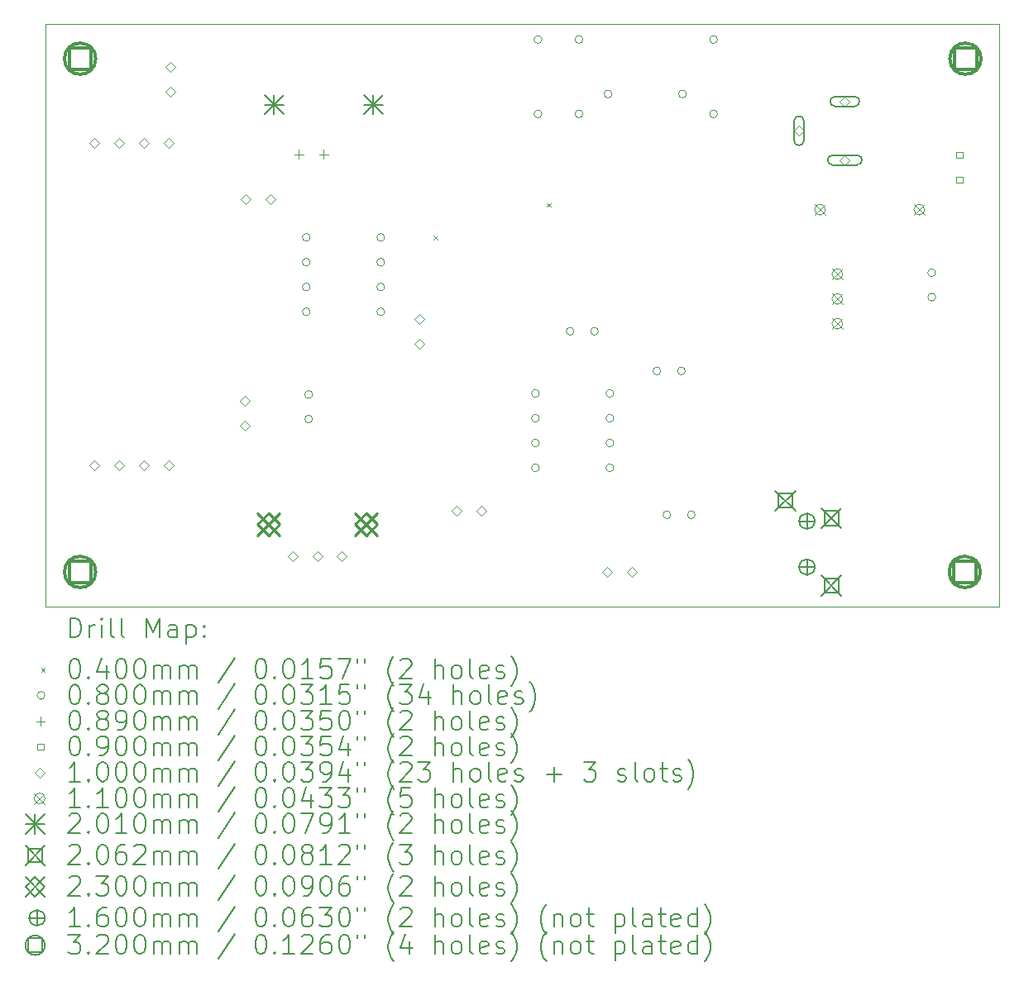
<source format=gbr>
%TF.GenerationSoftware,KiCad,Pcbnew,(6.0.7)*%
%TF.CreationDate,2023-03-19T17:20:44-04:00*%
%TF.ProjectId,DCV v2,44435620-7632-42e6-9b69-6361645f7063,rev?*%
%TF.SameCoordinates,Original*%
%TF.FileFunction,Drillmap*%
%TF.FilePolarity,Positive*%
%FSLAX45Y45*%
G04 Gerber Fmt 4.5, Leading zero omitted, Abs format (unit mm)*
G04 Created by KiCad (PCBNEW (6.0.7)) date 2023-03-19 17:20:44*
%MOMM*%
%LPD*%
G01*
G04 APERTURE LIST*
%ADD10C,0.100000*%
%ADD11C,0.200000*%
%ADD12C,0.040000*%
%ADD13C,0.080000*%
%ADD14C,0.089000*%
%ADD15C,0.090000*%
%ADD16C,0.110000*%
%ADD17C,0.201000*%
%ADD18C,0.206160*%
%ADD19C,0.230000*%
%ADD20C,0.160000*%
%ADD21C,0.320000*%
G04 APERTURE END LIST*
D10*
X11938000Y-8280400D02*
X2171700Y-8280400D01*
X2171700Y-8280400D02*
X2171700Y-2311400D01*
X2171700Y-2311400D02*
X11938000Y-2311400D01*
X11938000Y-2311400D02*
X11938000Y-8280400D01*
D11*
D12*
X6145850Y-4482150D02*
X6185850Y-4522150D01*
X6185850Y-4482150D02*
X6145850Y-4522150D01*
X7306900Y-4146600D02*
X7346900Y-4186600D01*
X7346900Y-4146600D02*
X7306900Y-4186600D01*
D13*
X4882240Y-4496800D02*
G75*
G03*
X4882240Y-4496800I-40000J0D01*
G01*
X4882240Y-4750800D02*
G75*
G03*
X4882240Y-4750800I-40000J0D01*
G01*
X4882240Y-5004800D02*
G75*
G03*
X4882240Y-5004800I-40000J0D01*
G01*
X4882240Y-5258800D02*
G75*
G03*
X4882240Y-5258800I-40000J0D01*
G01*
X4906640Y-6107735D02*
G75*
G03*
X4906640Y-6107735I-40000J0D01*
G01*
X4906640Y-6357735D02*
G75*
G03*
X4906640Y-6357735I-40000J0D01*
G01*
X5644240Y-4496800D02*
G75*
G03*
X5644240Y-4496800I-40000J0D01*
G01*
X5644240Y-4750800D02*
G75*
G03*
X5644240Y-4750800I-40000J0D01*
G01*
X5644240Y-5004800D02*
G75*
G03*
X5644240Y-5004800I-40000J0D01*
G01*
X5644240Y-5258800D02*
G75*
G03*
X5644240Y-5258800I-40000J0D01*
G01*
X7228200Y-6096000D02*
G75*
G03*
X7228200Y-6096000I-40000J0D01*
G01*
X7228200Y-6350000D02*
G75*
G03*
X7228200Y-6350000I-40000J0D01*
G01*
X7228200Y-6604000D02*
G75*
G03*
X7228200Y-6604000I-40000J0D01*
G01*
X7228200Y-6858000D02*
G75*
G03*
X7228200Y-6858000I-40000J0D01*
G01*
X7253600Y-2470150D02*
G75*
G03*
X7253600Y-2470150I-40000J0D01*
G01*
X7253600Y-3232150D02*
G75*
G03*
X7253600Y-3232150I-40000J0D01*
G01*
X7582800Y-5460000D02*
G75*
G03*
X7582800Y-5460000I-40000J0D01*
G01*
X7672700Y-2470150D02*
G75*
G03*
X7672700Y-2470150I-40000J0D01*
G01*
X7672700Y-3232150D02*
G75*
G03*
X7672700Y-3232150I-40000J0D01*
G01*
X7832800Y-5460000D02*
G75*
G03*
X7832800Y-5460000I-40000J0D01*
G01*
X7971150Y-3028950D02*
G75*
G03*
X7971150Y-3028950I-40000J0D01*
G01*
X7990200Y-6096000D02*
G75*
G03*
X7990200Y-6096000I-40000J0D01*
G01*
X7990200Y-6350000D02*
G75*
G03*
X7990200Y-6350000I-40000J0D01*
G01*
X7990200Y-6604000D02*
G75*
G03*
X7990200Y-6604000I-40000J0D01*
G01*
X7990200Y-6858000D02*
G75*
G03*
X7990200Y-6858000I-40000J0D01*
G01*
X8471800Y-5866400D02*
G75*
G03*
X8471800Y-5866400I-40000J0D01*
G01*
X8573400Y-7339600D02*
G75*
G03*
X8573400Y-7339600I-40000J0D01*
G01*
X8721800Y-5866400D02*
G75*
G03*
X8721800Y-5866400I-40000J0D01*
G01*
X8733150Y-3028950D02*
G75*
G03*
X8733150Y-3028950I-40000J0D01*
G01*
X8823400Y-7339600D02*
G75*
G03*
X8823400Y-7339600I-40000J0D01*
G01*
X9050650Y-2470150D02*
G75*
G03*
X9050650Y-2470150I-40000J0D01*
G01*
X9050650Y-3232150D02*
G75*
G03*
X9050650Y-3232150I-40000J0D01*
G01*
X11283500Y-4860185D02*
G75*
G03*
X11283500Y-4860185I-40000J0D01*
G01*
X11283500Y-5110185D02*
G75*
G03*
X11283500Y-5110185I-40000J0D01*
G01*
D14*
X4767580Y-3600550D02*
X4767580Y-3689550D01*
X4723080Y-3645050D02*
X4812080Y-3645050D01*
X5021580Y-3600550D02*
X5021580Y-3689550D01*
X4977080Y-3645050D02*
X5066080Y-3645050D01*
D15*
X11558340Y-3684340D02*
X11558340Y-3620700D01*
X11494700Y-3620700D01*
X11494700Y-3684340D01*
X11558340Y-3684340D01*
X11558340Y-3938340D02*
X11558340Y-3874700D01*
X11494700Y-3874700D01*
X11494700Y-3938340D01*
X11558340Y-3938340D01*
D10*
X2669540Y-6882600D02*
X2719540Y-6832600D01*
X2669540Y-6782600D01*
X2619540Y-6832600D01*
X2669540Y-6882600D01*
X2674140Y-3580600D02*
X2724140Y-3530600D01*
X2674140Y-3480600D01*
X2624140Y-3530600D01*
X2674140Y-3580600D01*
X2923540Y-6882600D02*
X2973540Y-6832600D01*
X2923540Y-6782600D01*
X2873540Y-6832600D01*
X2923540Y-6882600D01*
X2928140Y-3580600D02*
X2978140Y-3530600D01*
X2928140Y-3480600D01*
X2878140Y-3530600D01*
X2928140Y-3580600D01*
X3177540Y-6882600D02*
X3227540Y-6832600D01*
X3177540Y-6782600D01*
X3127540Y-6832600D01*
X3177540Y-6882600D01*
X3182140Y-3580600D02*
X3232140Y-3530600D01*
X3182140Y-3480600D01*
X3132140Y-3530600D01*
X3182140Y-3580600D01*
X3431540Y-6882600D02*
X3481540Y-6832600D01*
X3431540Y-6782600D01*
X3381540Y-6832600D01*
X3431540Y-6882600D01*
X3436140Y-3580600D02*
X3486140Y-3530600D01*
X3436140Y-3480600D01*
X3386140Y-3530600D01*
X3436140Y-3580600D01*
X3454400Y-2799050D02*
X3504400Y-2749050D01*
X3454400Y-2699050D01*
X3404400Y-2749050D01*
X3454400Y-2799050D01*
X3454400Y-3053050D02*
X3504400Y-3003050D01*
X3454400Y-2953050D01*
X3404400Y-3003050D01*
X3454400Y-3053050D01*
X4210050Y-6222700D02*
X4260050Y-6172700D01*
X4210050Y-6122700D01*
X4160050Y-6172700D01*
X4210050Y-6222700D01*
X4210050Y-6476700D02*
X4260050Y-6426700D01*
X4210050Y-6376700D01*
X4160050Y-6426700D01*
X4210050Y-6476700D01*
X4222250Y-4158450D02*
X4272250Y-4108450D01*
X4222250Y-4058450D01*
X4172250Y-4108450D01*
X4222250Y-4158450D01*
X4476250Y-4158450D02*
X4526250Y-4108450D01*
X4476250Y-4058450D01*
X4426250Y-4108450D01*
X4476250Y-4158450D01*
X4705500Y-7814750D02*
X4755500Y-7764750D01*
X4705500Y-7714750D01*
X4655500Y-7764750D01*
X4705500Y-7814750D01*
X4955500Y-7814750D02*
X5005500Y-7764750D01*
X4955500Y-7714750D01*
X4905500Y-7764750D01*
X4955500Y-7814750D01*
X5205500Y-7814750D02*
X5255500Y-7764750D01*
X5205500Y-7714750D01*
X5155500Y-7764750D01*
X5205500Y-7814750D01*
X6000750Y-5384000D02*
X6050750Y-5334000D01*
X6000750Y-5284000D01*
X5950750Y-5334000D01*
X6000750Y-5384000D01*
X6000750Y-5638000D02*
X6050750Y-5588000D01*
X6000750Y-5538000D01*
X5950750Y-5588000D01*
X6000750Y-5638000D01*
X6381750Y-7346150D02*
X6431750Y-7296150D01*
X6381750Y-7246150D01*
X6331750Y-7296150D01*
X6381750Y-7346150D01*
X6635750Y-7346150D02*
X6685750Y-7296150D01*
X6635750Y-7246150D01*
X6585750Y-7296150D01*
X6635750Y-7346150D01*
X7924300Y-7974800D02*
X7974300Y-7924800D01*
X7924300Y-7874800D01*
X7874300Y-7924800D01*
X7924300Y-7974800D01*
X8178300Y-7974800D02*
X8228300Y-7924800D01*
X8178300Y-7874800D01*
X8128300Y-7924800D01*
X8178300Y-7974800D01*
X9884500Y-3455450D02*
X9934500Y-3405450D01*
X9884500Y-3355450D01*
X9834500Y-3405450D01*
X9884500Y-3455450D01*
D11*
X9934500Y-3505450D02*
X9934500Y-3305450D01*
X9834500Y-3505450D02*
X9834500Y-3305450D01*
X9934500Y-3305450D02*
G75*
G03*
X9834500Y-3305450I-50000J0D01*
G01*
X9834500Y-3505450D02*
G75*
G03*
X9934500Y-3505450I50000J0D01*
G01*
D10*
X10354500Y-3155450D02*
X10404500Y-3105450D01*
X10354500Y-3055450D01*
X10304500Y-3105450D01*
X10354500Y-3155450D01*
D11*
X10254500Y-3155450D02*
X10454500Y-3155450D01*
X10254500Y-3055450D02*
X10454500Y-3055450D01*
X10454500Y-3155450D02*
G75*
G03*
X10454500Y-3055450I0J50000D01*
G01*
X10254500Y-3055450D02*
G75*
G03*
X10254500Y-3155450I0J-50000D01*
G01*
D10*
X10354500Y-3755450D02*
X10404500Y-3705450D01*
X10354500Y-3655450D01*
X10304500Y-3705450D01*
X10354500Y-3755450D01*
D11*
X10229500Y-3755450D02*
X10479500Y-3755450D01*
X10229500Y-3655450D02*
X10479500Y-3655450D01*
X10479500Y-3755450D02*
G75*
G03*
X10479500Y-3655450I0J50000D01*
G01*
X10229500Y-3655450D02*
G75*
G03*
X10229500Y-3755450I0J-50000D01*
G01*
D16*
X10045500Y-4158450D02*
X10155500Y-4268450D01*
X10155500Y-4158450D02*
X10045500Y-4268450D01*
X10155500Y-4213450D02*
G75*
G03*
X10155500Y-4213450I-55000J0D01*
G01*
X10223300Y-4818850D02*
X10333300Y-4928850D01*
X10333300Y-4818850D02*
X10223300Y-4928850D01*
X10333300Y-4873850D02*
G75*
G03*
X10333300Y-4873850I-55000J0D01*
G01*
X10223300Y-5072850D02*
X10333300Y-5182850D01*
X10333300Y-5072850D02*
X10223300Y-5182850D01*
X10333300Y-5127850D02*
G75*
G03*
X10333300Y-5127850I-55000J0D01*
G01*
X10223300Y-5326850D02*
X10333300Y-5436850D01*
X10333300Y-5326850D02*
X10223300Y-5436850D01*
X10333300Y-5381850D02*
G75*
G03*
X10333300Y-5381850I-55000J0D01*
G01*
X11061500Y-4158450D02*
X11171500Y-4268450D01*
X11171500Y-4158450D02*
X11061500Y-4268450D01*
X11171500Y-4213450D02*
G75*
G03*
X11171500Y-4213450I-55000J0D01*
G01*
D17*
X4413080Y-3036550D02*
X4614080Y-3237550D01*
X4614080Y-3036550D02*
X4413080Y-3237550D01*
X4513580Y-3036550D02*
X4513580Y-3237550D01*
X4413080Y-3137050D02*
X4614080Y-3137050D01*
X5429080Y-3036550D02*
X5630080Y-3237550D01*
X5630080Y-3036550D02*
X5429080Y-3237550D01*
X5529580Y-3036550D02*
X5529580Y-3237550D01*
X5429080Y-3137050D02*
X5630080Y-3137050D01*
D18*
X9644120Y-7091620D02*
X9850280Y-7297780D01*
X9850280Y-7091620D02*
X9644120Y-7297780D01*
X9820089Y-7267589D02*
X9820089Y-7121811D01*
X9674311Y-7121811D01*
X9674311Y-7267589D01*
X9820089Y-7267589D01*
X10114120Y-7271620D02*
X10320280Y-7477780D01*
X10320280Y-7271620D02*
X10114120Y-7477780D01*
X10290089Y-7447589D02*
X10290089Y-7301811D01*
X10144311Y-7301811D01*
X10144311Y-7447589D01*
X10290089Y-7447589D01*
X10114120Y-7961620D02*
X10320280Y-8167780D01*
X10320280Y-7961620D02*
X10114120Y-8167780D01*
X10290089Y-8137589D02*
X10290089Y-7991811D01*
X10144311Y-7991811D01*
X10144311Y-8137589D01*
X10290089Y-8137589D01*
D19*
X4340500Y-7319750D02*
X4570500Y-7549750D01*
X4570500Y-7319750D02*
X4340500Y-7549750D01*
X4455500Y-7549750D02*
X4570500Y-7434750D01*
X4455500Y-7319750D01*
X4340500Y-7434750D01*
X4455500Y-7549750D01*
X5340500Y-7319750D02*
X5570500Y-7549750D01*
X5570500Y-7319750D02*
X5340500Y-7549750D01*
X5455500Y-7549750D02*
X5570500Y-7434750D01*
X5455500Y-7319750D01*
X5340500Y-7434750D01*
X5455500Y-7549750D01*
D20*
X9967200Y-7324700D02*
X9967200Y-7484700D01*
X9887200Y-7404700D02*
X10047200Y-7404700D01*
X10047200Y-7404700D02*
G75*
G03*
X10047200Y-7404700I-80000J0D01*
G01*
X9967200Y-7794700D02*
X9967200Y-7954700D01*
X9887200Y-7874700D02*
X10047200Y-7874700D01*
X10047200Y-7874700D02*
G75*
G03*
X10047200Y-7874700I-80000J0D01*
G01*
D21*
X2640438Y-2780138D02*
X2640438Y-2553862D01*
X2414162Y-2553862D01*
X2414162Y-2780138D01*
X2640438Y-2780138D01*
X2687300Y-2667000D02*
G75*
G03*
X2687300Y-2667000I-160000J0D01*
G01*
X2640438Y-8037938D02*
X2640438Y-7811662D01*
X2414162Y-7811662D01*
X2414162Y-8037938D01*
X2640438Y-8037938D01*
X2687300Y-7924800D02*
G75*
G03*
X2687300Y-7924800I-160000J0D01*
G01*
X11695538Y-8037938D02*
X11695538Y-7811662D01*
X11469262Y-7811662D01*
X11469262Y-8037938D01*
X11695538Y-8037938D01*
X11742400Y-7924800D02*
G75*
G03*
X11742400Y-7924800I-160000J0D01*
G01*
X11701888Y-2780138D02*
X11701888Y-2553862D01*
X11475612Y-2553862D01*
X11475612Y-2780138D01*
X11701888Y-2780138D01*
X11748750Y-2667000D02*
G75*
G03*
X11748750Y-2667000I-160000J0D01*
G01*
D11*
X2424319Y-8595876D02*
X2424319Y-8395876D01*
X2471938Y-8395876D01*
X2500510Y-8405400D01*
X2519557Y-8424448D01*
X2529081Y-8443495D01*
X2538605Y-8481590D01*
X2538605Y-8510162D01*
X2529081Y-8548257D01*
X2519557Y-8567305D01*
X2500510Y-8586352D01*
X2471938Y-8595876D01*
X2424319Y-8595876D01*
X2624319Y-8595876D02*
X2624319Y-8462543D01*
X2624319Y-8500638D02*
X2633843Y-8481590D01*
X2643367Y-8472067D01*
X2662414Y-8462543D01*
X2681462Y-8462543D01*
X2748129Y-8595876D02*
X2748129Y-8462543D01*
X2748129Y-8395876D02*
X2738605Y-8405400D01*
X2748129Y-8414924D01*
X2757652Y-8405400D01*
X2748129Y-8395876D01*
X2748129Y-8414924D01*
X2871938Y-8595876D02*
X2852890Y-8586352D01*
X2843367Y-8567305D01*
X2843367Y-8395876D01*
X2976700Y-8595876D02*
X2957652Y-8586352D01*
X2948128Y-8567305D01*
X2948128Y-8395876D01*
X3205271Y-8595876D02*
X3205271Y-8395876D01*
X3271938Y-8538733D01*
X3338605Y-8395876D01*
X3338605Y-8595876D01*
X3519557Y-8595876D02*
X3519557Y-8491114D01*
X3510033Y-8472067D01*
X3490986Y-8462543D01*
X3452890Y-8462543D01*
X3433843Y-8472067D01*
X3519557Y-8586352D02*
X3500509Y-8595876D01*
X3452890Y-8595876D01*
X3433843Y-8586352D01*
X3424319Y-8567305D01*
X3424319Y-8548257D01*
X3433843Y-8529210D01*
X3452890Y-8519686D01*
X3500509Y-8519686D01*
X3519557Y-8510162D01*
X3614795Y-8462543D02*
X3614795Y-8662543D01*
X3614795Y-8472067D02*
X3633843Y-8462543D01*
X3671938Y-8462543D01*
X3690986Y-8472067D01*
X3700509Y-8481590D01*
X3710033Y-8500638D01*
X3710033Y-8557781D01*
X3700509Y-8576829D01*
X3690986Y-8586352D01*
X3671938Y-8595876D01*
X3633843Y-8595876D01*
X3614795Y-8586352D01*
X3795748Y-8576829D02*
X3805271Y-8586352D01*
X3795748Y-8595876D01*
X3786224Y-8586352D01*
X3795748Y-8576829D01*
X3795748Y-8595876D01*
X3795748Y-8472067D02*
X3805271Y-8481590D01*
X3795748Y-8491114D01*
X3786224Y-8481590D01*
X3795748Y-8472067D01*
X3795748Y-8491114D01*
D12*
X2126700Y-8905400D02*
X2166700Y-8945400D01*
X2166700Y-8905400D02*
X2126700Y-8945400D01*
D11*
X2462414Y-8815876D02*
X2481462Y-8815876D01*
X2500510Y-8825400D01*
X2510033Y-8834924D01*
X2519557Y-8853971D01*
X2529081Y-8892067D01*
X2529081Y-8939686D01*
X2519557Y-8977781D01*
X2510033Y-8996829D01*
X2500510Y-9006352D01*
X2481462Y-9015876D01*
X2462414Y-9015876D01*
X2443367Y-9006352D01*
X2433843Y-8996829D01*
X2424319Y-8977781D01*
X2414795Y-8939686D01*
X2414795Y-8892067D01*
X2424319Y-8853971D01*
X2433843Y-8834924D01*
X2443367Y-8825400D01*
X2462414Y-8815876D01*
X2614795Y-8996829D02*
X2624319Y-9006352D01*
X2614795Y-9015876D01*
X2605271Y-9006352D01*
X2614795Y-8996829D01*
X2614795Y-9015876D01*
X2795748Y-8882543D02*
X2795748Y-9015876D01*
X2748129Y-8806352D02*
X2700510Y-8949210D01*
X2824319Y-8949210D01*
X2938605Y-8815876D02*
X2957652Y-8815876D01*
X2976700Y-8825400D01*
X2986224Y-8834924D01*
X2995748Y-8853971D01*
X3005271Y-8892067D01*
X3005271Y-8939686D01*
X2995748Y-8977781D01*
X2986224Y-8996829D01*
X2976700Y-9006352D01*
X2957652Y-9015876D01*
X2938605Y-9015876D01*
X2919557Y-9006352D01*
X2910033Y-8996829D01*
X2900509Y-8977781D01*
X2890986Y-8939686D01*
X2890986Y-8892067D01*
X2900509Y-8853971D01*
X2910033Y-8834924D01*
X2919557Y-8825400D01*
X2938605Y-8815876D01*
X3129081Y-8815876D02*
X3148128Y-8815876D01*
X3167176Y-8825400D01*
X3176700Y-8834924D01*
X3186224Y-8853971D01*
X3195748Y-8892067D01*
X3195748Y-8939686D01*
X3186224Y-8977781D01*
X3176700Y-8996829D01*
X3167176Y-9006352D01*
X3148128Y-9015876D01*
X3129081Y-9015876D01*
X3110033Y-9006352D01*
X3100509Y-8996829D01*
X3090986Y-8977781D01*
X3081462Y-8939686D01*
X3081462Y-8892067D01*
X3090986Y-8853971D01*
X3100509Y-8834924D01*
X3110033Y-8825400D01*
X3129081Y-8815876D01*
X3281462Y-9015876D02*
X3281462Y-8882543D01*
X3281462Y-8901590D02*
X3290986Y-8892067D01*
X3310033Y-8882543D01*
X3338605Y-8882543D01*
X3357652Y-8892067D01*
X3367176Y-8911114D01*
X3367176Y-9015876D01*
X3367176Y-8911114D02*
X3376700Y-8892067D01*
X3395748Y-8882543D01*
X3424319Y-8882543D01*
X3443367Y-8892067D01*
X3452890Y-8911114D01*
X3452890Y-9015876D01*
X3548128Y-9015876D02*
X3548128Y-8882543D01*
X3548128Y-8901590D02*
X3557652Y-8892067D01*
X3576700Y-8882543D01*
X3605271Y-8882543D01*
X3624319Y-8892067D01*
X3633843Y-8911114D01*
X3633843Y-9015876D01*
X3633843Y-8911114D02*
X3643367Y-8892067D01*
X3662414Y-8882543D01*
X3690986Y-8882543D01*
X3710033Y-8892067D01*
X3719557Y-8911114D01*
X3719557Y-9015876D01*
X4110033Y-8806352D02*
X3938605Y-9063495D01*
X4367176Y-8815876D02*
X4386224Y-8815876D01*
X4405271Y-8825400D01*
X4414795Y-8834924D01*
X4424319Y-8853971D01*
X4433843Y-8892067D01*
X4433843Y-8939686D01*
X4424319Y-8977781D01*
X4414795Y-8996829D01*
X4405271Y-9006352D01*
X4386224Y-9015876D01*
X4367176Y-9015876D01*
X4348129Y-9006352D01*
X4338605Y-8996829D01*
X4329081Y-8977781D01*
X4319557Y-8939686D01*
X4319557Y-8892067D01*
X4329081Y-8853971D01*
X4338605Y-8834924D01*
X4348129Y-8825400D01*
X4367176Y-8815876D01*
X4519557Y-8996829D02*
X4529081Y-9006352D01*
X4519557Y-9015876D01*
X4510033Y-9006352D01*
X4519557Y-8996829D01*
X4519557Y-9015876D01*
X4652890Y-8815876D02*
X4671938Y-8815876D01*
X4690986Y-8825400D01*
X4700510Y-8834924D01*
X4710033Y-8853971D01*
X4719557Y-8892067D01*
X4719557Y-8939686D01*
X4710033Y-8977781D01*
X4700510Y-8996829D01*
X4690986Y-9006352D01*
X4671938Y-9015876D01*
X4652890Y-9015876D01*
X4633843Y-9006352D01*
X4624319Y-8996829D01*
X4614795Y-8977781D01*
X4605271Y-8939686D01*
X4605271Y-8892067D01*
X4614795Y-8853971D01*
X4624319Y-8834924D01*
X4633843Y-8825400D01*
X4652890Y-8815876D01*
X4910033Y-9015876D02*
X4795748Y-9015876D01*
X4852890Y-9015876D02*
X4852890Y-8815876D01*
X4833843Y-8844448D01*
X4814795Y-8863495D01*
X4795748Y-8873019D01*
X5090986Y-8815876D02*
X4995748Y-8815876D01*
X4986224Y-8911114D01*
X4995748Y-8901590D01*
X5014795Y-8892067D01*
X5062414Y-8892067D01*
X5081462Y-8901590D01*
X5090986Y-8911114D01*
X5100510Y-8930162D01*
X5100510Y-8977781D01*
X5090986Y-8996829D01*
X5081462Y-9006352D01*
X5062414Y-9015876D01*
X5014795Y-9015876D01*
X4995748Y-9006352D01*
X4986224Y-8996829D01*
X5167176Y-8815876D02*
X5300510Y-8815876D01*
X5214795Y-9015876D01*
X5367176Y-8815876D02*
X5367176Y-8853971D01*
X5443367Y-8815876D02*
X5443367Y-8853971D01*
X5738605Y-9092067D02*
X5729081Y-9082543D01*
X5710033Y-9053971D01*
X5700509Y-9034924D01*
X5690986Y-9006352D01*
X5681462Y-8958733D01*
X5681462Y-8920638D01*
X5690986Y-8873019D01*
X5700509Y-8844448D01*
X5710033Y-8825400D01*
X5729081Y-8796829D01*
X5738605Y-8787305D01*
X5805271Y-8834924D02*
X5814795Y-8825400D01*
X5833843Y-8815876D01*
X5881462Y-8815876D01*
X5900509Y-8825400D01*
X5910033Y-8834924D01*
X5919557Y-8853971D01*
X5919557Y-8873019D01*
X5910033Y-8901590D01*
X5795748Y-9015876D01*
X5919557Y-9015876D01*
X6157652Y-9015876D02*
X6157652Y-8815876D01*
X6243367Y-9015876D02*
X6243367Y-8911114D01*
X6233843Y-8892067D01*
X6214795Y-8882543D01*
X6186224Y-8882543D01*
X6167176Y-8892067D01*
X6157652Y-8901590D01*
X6367176Y-9015876D02*
X6348128Y-9006352D01*
X6338605Y-8996829D01*
X6329081Y-8977781D01*
X6329081Y-8920638D01*
X6338605Y-8901590D01*
X6348128Y-8892067D01*
X6367176Y-8882543D01*
X6395748Y-8882543D01*
X6414795Y-8892067D01*
X6424319Y-8901590D01*
X6433843Y-8920638D01*
X6433843Y-8977781D01*
X6424319Y-8996829D01*
X6414795Y-9006352D01*
X6395748Y-9015876D01*
X6367176Y-9015876D01*
X6548128Y-9015876D02*
X6529081Y-9006352D01*
X6519557Y-8987305D01*
X6519557Y-8815876D01*
X6700509Y-9006352D02*
X6681462Y-9015876D01*
X6643367Y-9015876D01*
X6624319Y-9006352D01*
X6614795Y-8987305D01*
X6614795Y-8911114D01*
X6624319Y-8892067D01*
X6643367Y-8882543D01*
X6681462Y-8882543D01*
X6700509Y-8892067D01*
X6710033Y-8911114D01*
X6710033Y-8930162D01*
X6614795Y-8949210D01*
X6786224Y-9006352D02*
X6805271Y-9015876D01*
X6843367Y-9015876D01*
X6862414Y-9006352D01*
X6871938Y-8987305D01*
X6871938Y-8977781D01*
X6862414Y-8958733D01*
X6843367Y-8949210D01*
X6814795Y-8949210D01*
X6795748Y-8939686D01*
X6786224Y-8920638D01*
X6786224Y-8911114D01*
X6795748Y-8892067D01*
X6814795Y-8882543D01*
X6843367Y-8882543D01*
X6862414Y-8892067D01*
X6938605Y-9092067D02*
X6948128Y-9082543D01*
X6967176Y-9053971D01*
X6976700Y-9034924D01*
X6986224Y-9006352D01*
X6995748Y-8958733D01*
X6995748Y-8920638D01*
X6986224Y-8873019D01*
X6976700Y-8844448D01*
X6967176Y-8825400D01*
X6948128Y-8796829D01*
X6938605Y-8787305D01*
D13*
X2166700Y-9189400D02*
G75*
G03*
X2166700Y-9189400I-40000J0D01*
G01*
D11*
X2462414Y-9079876D02*
X2481462Y-9079876D01*
X2500510Y-9089400D01*
X2510033Y-9098924D01*
X2519557Y-9117971D01*
X2529081Y-9156067D01*
X2529081Y-9203686D01*
X2519557Y-9241781D01*
X2510033Y-9260829D01*
X2500510Y-9270352D01*
X2481462Y-9279876D01*
X2462414Y-9279876D01*
X2443367Y-9270352D01*
X2433843Y-9260829D01*
X2424319Y-9241781D01*
X2414795Y-9203686D01*
X2414795Y-9156067D01*
X2424319Y-9117971D01*
X2433843Y-9098924D01*
X2443367Y-9089400D01*
X2462414Y-9079876D01*
X2614795Y-9260829D02*
X2624319Y-9270352D01*
X2614795Y-9279876D01*
X2605271Y-9270352D01*
X2614795Y-9260829D01*
X2614795Y-9279876D01*
X2738605Y-9165590D02*
X2719557Y-9156067D01*
X2710033Y-9146543D01*
X2700510Y-9127495D01*
X2700510Y-9117971D01*
X2710033Y-9098924D01*
X2719557Y-9089400D01*
X2738605Y-9079876D01*
X2776700Y-9079876D01*
X2795748Y-9089400D01*
X2805271Y-9098924D01*
X2814795Y-9117971D01*
X2814795Y-9127495D01*
X2805271Y-9146543D01*
X2795748Y-9156067D01*
X2776700Y-9165590D01*
X2738605Y-9165590D01*
X2719557Y-9175114D01*
X2710033Y-9184638D01*
X2700510Y-9203686D01*
X2700510Y-9241781D01*
X2710033Y-9260829D01*
X2719557Y-9270352D01*
X2738605Y-9279876D01*
X2776700Y-9279876D01*
X2795748Y-9270352D01*
X2805271Y-9260829D01*
X2814795Y-9241781D01*
X2814795Y-9203686D01*
X2805271Y-9184638D01*
X2795748Y-9175114D01*
X2776700Y-9165590D01*
X2938605Y-9079876D02*
X2957652Y-9079876D01*
X2976700Y-9089400D01*
X2986224Y-9098924D01*
X2995748Y-9117971D01*
X3005271Y-9156067D01*
X3005271Y-9203686D01*
X2995748Y-9241781D01*
X2986224Y-9260829D01*
X2976700Y-9270352D01*
X2957652Y-9279876D01*
X2938605Y-9279876D01*
X2919557Y-9270352D01*
X2910033Y-9260829D01*
X2900509Y-9241781D01*
X2890986Y-9203686D01*
X2890986Y-9156067D01*
X2900509Y-9117971D01*
X2910033Y-9098924D01*
X2919557Y-9089400D01*
X2938605Y-9079876D01*
X3129081Y-9079876D02*
X3148128Y-9079876D01*
X3167176Y-9089400D01*
X3176700Y-9098924D01*
X3186224Y-9117971D01*
X3195748Y-9156067D01*
X3195748Y-9203686D01*
X3186224Y-9241781D01*
X3176700Y-9260829D01*
X3167176Y-9270352D01*
X3148128Y-9279876D01*
X3129081Y-9279876D01*
X3110033Y-9270352D01*
X3100509Y-9260829D01*
X3090986Y-9241781D01*
X3081462Y-9203686D01*
X3081462Y-9156067D01*
X3090986Y-9117971D01*
X3100509Y-9098924D01*
X3110033Y-9089400D01*
X3129081Y-9079876D01*
X3281462Y-9279876D02*
X3281462Y-9146543D01*
X3281462Y-9165590D02*
X3290986Y-9156067D01*
X3310033Y-9146543D01*
X3338605Y-9146543D01*
X3357652Y-9156067D01*
X3367176Y-9175114D01*
X3367176Y-9279876D01*
X3367176Y-9175114D02*
X3376700Y-9156067D01*
X3395748Y-9146543D01*
X3424319Y-9146543D01*
X3443367Y-9156067D01*
X3452890Y-9175114D01*
X3452890Y-9279876D01*
X3548128Y-9279876D02*
X3548128Y-9146543D01*
X3548128Y-9165590D02*
X3557652Y-9156067D01*
X3576700Y-9146543D01*
X3605271Y-9146543D01*
X3624319Y-9156067D01*
X3633843Y-9175114D01*
X3633843Y-9279876D01*
X3633843Y-9175114D02*
X3643367Y-9156067D01*
X3662414Y-9146543D01*
X3690986Y-9146543D01*
X3710033Y-9156067D01*
X3719557Y-9175114D01*
X3719557Y-9279876D01*
X4110033Y-9070352D02*
X3938605Y-9327495D01*
X4367176Y-9079876D02*
X4386224Y-9079876D01*
X4405271Y-9089400D01*
X4414795Y-9098924D01*
X4424319Y-9117971D01*
X4433843Y-9156067D01*
X4433843Y-9203686D01*
X4424319Y-9241781D01*
X4414795Y-9260829D01*
X4405271Y-9270352D01*
X4386224Y-9279876D01*
X4367176Y-9279876D01*
X4348129Y-9270352D01*
X4338605Y-9260829D01*
X4329081Y-9241781D01*
X4319557Y-9203686D01*
X4319557Y-9156067D01*
X4329081Y-9117971D01*
X4338605Y-9098924D01*
X4348129Y-9089400D01*
X4367176Y-9079876D01*
X4519557Y-9260829D02*
X4529081Y-9270352D01*
X4519557Y-9279876D01*
X4510033Y-9270352D01*
X4519557Y-9260829D01*
X4519557Y-9279876D01*
X4652890Y-9079876D02*
X4671938Y-9079876D01*
X4690986Y-9089400D01*
X4700510Y-9098924D01*
X4710033Y-9117971D01*
X4719557Y-9156067D01*
X4719557Y-9203686D01*
X4710033Y-9241781D01*
X4700510Y-9260829D01*
X4690986Y-9270352D01*
X4671938Y-9279876D01*
X4652890Y-9279876D01*
X4633843Y-9270352D01*
X4624319Y-9260829D01*
X4614795Y-9241781D01*
X4605271Y-9203686D01*
X4605271Y-9156067D01*
X4614795Y-9117971D01*
X4624319Y-9098924D01*
X4633843Y-9089400D01*
X4652890Y-9079876D01*
X4786224Y-9079876D02*
X4910033Y-9079876D01*
X4843367Y-9156067D01*
X4871938Y-9156067D01*
X4890986Y-9165590D01*
X4900510Y-9175114D01*
X4910033Y-9194162D01*
X4910033Y-9241781D01*
X4900510Y-9260829D01*
X4890986Y-9270352D01*
X4871938Y-9279876D01*
X4814795Y-9279876D01*
X4795748Y-9270352D01*
X4786224Y-9260829D01*
X5100510Y-9279876D02*
X4986224Y-9279876D01*
X5043367Y-9279876D02*
X5043367Y-9079876D01*
X5024319Y-9108448D01*
X5005271Y-9127495D01*
X4986224Y-9137019D01*
X5281462Y-9079876D02*
X5186224Y-9079876D01*
X5176700Y-9175114D01*
X5186224Y-9165590D01*
X5205271Y-9156067D01*
X5252890Y-9156067D01*
X5271938Y-9165590D01*
X5281462Y-9175114D01*
X5290986Y-9194162D01*
X5290986Y-9241781D01*
X5281462Y-9260829D01*
X5271938Y-9270352D01*
X5252890Y-9279876D01*
X5205271Y-9279876D01*
X5186224Y-9270352D01*
X5176700Y-9260829D01*
X5367176Y-9079876D02*
X5367176Y-9117971D01*
X5443367Y-9079876D02*
X5443367Y-9117971D01*
X5738605Y-9356067D02*
X5729081Y-9346543D01*
X5710033Y-9317971D01*
X5700509Y-9298924D01*
X5690986Y-9270352D01*
X5681462Y-9222733D01*
X5681462Y-9184638D01*
X5690986Y-9137019D01*
X5700509Y-9108448D01*
X5710033Y-9089400D01*
X5729081Y-9060829D01*
X5738605Y-9051305D01*
X5795748Y-9079876D02*
X5919557Y-9079876D01*
X5852890Y-9156067D01*
X5881462Y-9156067D01*
X5900509Y-9165590D01*
X5910033Y-9175114D01*
X5919557Y-9194162D01*
X5919557Y-9241781D01*
X5910033Y-9260829D01*
X5900509Y-9270352D01*
X5881462Y-9279876D01*
X5824319Y-9279876D01*
X5805271Y-9270352D01*
X5795748Y-9260829D01*
X6090986Y-9146543D02*
X6090986Y-9279876D01*
X6043367Y-9070352D02*
X5995748Y-9213210D01*
X6119557Y-9213210D01*
X6348128Y-9279876D02*
X6348128Y-9079876D01*
X6433843Y-9279876D02*
X6433843Y-9175114D01*
X6424319Y-9156067D01*
X6405271Y-9146543D01*
X6376700Y-9146543D01*
X6357652Y-9156067D01*
X6348128Y-9165590D01*
X6557652Y-9279876D02*
X6538605Y-9270352D01*
X6529081Y-9260829D01*
X6519557Y-9241781D01*
X6519557Y-9184638D01*
X6529081Y-9165590D01*
X6538605Y-9156067D01*
X6557652Y-9146543D01*
X6586224Y-9146543D01*
X6605271Y-9156067D01*
X6614795Y-9165590D01*
X6624319Y-9184638D01*
X6624319Y-9241781D01*
X6614795Y-9260829D01*
X6605271Y-9270352D01*
X6586224Y-9279876D01*
X6557652Y-9279876D01*
X6738605Y-9279876D02*
X6719557Y-9270352D01*
X6710033Y-9251305D01*
X6710033Y-9079876D01*
X6890986Y-9270352D02*
X6871938Y-9279876D01*
X6833843Y-9279876D01*
X6814795Y-9270352D01*
X6805271Y-9251305D01*
X6805271Y-9175114D01*
X6814795Y-9156067D01*
X6833843Y-9146543D01*
X6871938Y-9146543D01*
X6890986Y-9156067D01*
X6900509Y-9175114D01*
X6900509Y-9194162D01*
X6805271Y-9213210D01*
X6976700Y-9270352D02*
X6995748Y-9279876D01*
X7033843Y-9279876D01*
X7052890Y-9270352D01*
X7062414Y-9251305D01*
X7062414Y-9241781D01*
X7052890Y-9222733D01*
X7033843Y-9213210D01*
X7005271Y-9213210D01*
X6986224Y-9203686D01*
X6976700Y-9184638D01*
X6976700Y-9175114D01*
X6986224Y-9156067D01*
X7005271Y-9146543D01*
X7033843Y-9146543D01*
X7052890Y-9156067D01*
X7129081Y-9356067D02*
X7138605Y-9346543D01*
X7157652Y-9317971D01*
X7167176Y-9298924D01*
X7176700Y-9270352D01*
X7186224Y-9222733D01*
X7186224Y-9184638D01*
X7176700Y-9137019D01*
X7167176Y-9108448D01*
X7157652Y-9089400D01*
X7138605Y-9060829D01*
X7129081Y-9051305D01*
D14*
X2122200Y-9408900D02*
X2122200Y-9497900D01*
X2077700Y-9453400D02*
X2166700Y-9453400D01*
D11*
X2462414Y-9343876D02*
X2481462Y-9343876D01*
X2500510Y-9353400D01*
X2510033Y-9362924D01*
X2519557Y-9381971D01*
X2529081Y-9420067D01*
X2529081Y-9467686D01*
X2519557Y-9505781D01*
X2510033Y-9524829D01*
X2500510Y-9534352D01*
X2481462Y-9543876D01*
X2462414Y-9543876D01*
X2443367Y-9534352D01*
X2433843Y-9524829D01*
X2424319Y-9505781D01*
X2414795Y-9467686D01*
X2414795Y-9420067D01*
X2424319Y-9381971D01*
X2433843Y-9362924D01*
X2443367Y-9353400D01*
X2462414Y-9343876D01*
X2614795Y-9524829D02*
X2624319Y-9534352D01*
X2614795Y-9543876D01*
X2605271Y-9534352D01*
X2614795Y-9524829D01*
X2614795Y-9543876D01*
X2738605Y-9429590D02*
X2719557Y-9420067D01*
X2710033Y-9410543D01*
X2700510Y-9391495D01*
X2700510Y-9381971D01*
X2710033Y-9362924D01*
X2719557Y-9353400D01*
X2738605Y-9343876D01*
X2776700Y-9343876D01*
X2795748Y-9353400D01*
X2805271Y-9362924D01*
X2814795Y-9381971D01*
X2814795Y-9391495D01*
X2805271Y-9410543D01*
X2795748Y-9420067D01*
X2776700Y-9429590D01*
X2738605Y-9429590D01*
X2719557Y-9439114D01*
X2710033Y-9448638D01*
X2700510Y-9467686D01*
X2700510Y-9505781D01*
X2710033Y-9524829D01*
X2719557Y-9534352D01*
X2738605Y-9543876D01*
X2776700Y-9543876D01*
X2795748Y-9534352D01*
X2805271Y-9524829D01*
X2814795Y-9505781D01*
X2814795Y-9467686D01*
X2805271Y-9448638D01*
X2795748Y-9439114D01*
X2776700Y-9429590D01*
X2910033Y-9543876D02*
X2948128Y-9543876D01*
X2967176Y-9534352D01*
X2976700Y-9524829D01*
X2995748Y-9496257D01*
X3005271Y-9458162D01*
X3005271Y-9381971D01*
X2995748Y-9362924D01*
X2986224Y-9353400D01*
X2967176Y-9343876D01*
X2929081Y-9343876D01*
X2910033Y-9353400D01*
X2900509Y-9362924D01*
X2890986Y-9381971D01*
X2890986Y-9429590D01*
X2900509Y-9448638D01*
X2910033Y-9458162D01*
X2929081Y-9467686D01*
X2967176Y-9467686D01*
X2986224Y-9458162D01*
X2995748Y-9448638D01*
X3005271Y-9429590D01*
X3129081Y-9343876D02*
X3148128Y-9343876D01*
X3167176Y-9353400D01*
X3176700Y-9362924D01*
X3186224Y-9381971D01*
X3195748Y-9420067D01*
X3195748Y-9467686D01*
X3186224Y-9505781D01*
X3176700Y-9524829D01*
X3167176Y-9534352D01*
X3148128Y-9543876D01*
X3129081Y-9543876D01*
X3110033Y-9534352D01*
X3100509Y-9524829D01*
X3090986Y-9505781D01*
X3081462Y-9467686D01*
X3081462Y-9420067D01*
X3090986Y-9381971D01*
X3100509Y-9362924D01*
X3110033Y-9353400D01*
X3129081Y-9343876D01*
X3281462Y-9543876D02*
X3281462Y-9410543D01*
X3281462Y-9429590D02*
X3290986Y-9420067D01*
X3310033Y-9410543D01*
X3338605Y-9410543D01*
X3357652Y-9420067D01*
X3367176Y-9439114D01*
X3367176Y-9543876D01*
X3367176Y-9439114D02*
X3376700Y-9420067D01*
X3395748Y-9410543D01*
X3424319Y-9410543D01*
X3443367Y-9420067D01*
X3452890Y-9439114D01*
X3452890Y-9543876D01*
X3548128Y-9543876D02*
X3548128Y-9410543D01*
X3548128Y-9429590D02*
X3557652Y-9420067D01*
X3576700Y-9410543D01*
X3605271Y-9410543D01*
X3624319Y-9420067D01*
X3633843Y-9439114D01*
X3633843Y-9543876D01*
X3633843Y-9439114D02*
X3643367Y-9420067D01*
X3662414Y-9410543D01*
X3690986Y-9410543D01*
X3710033Y-9420067D01*
X3719557Y-9439114D01*
X3719557Y-9543876D01*
X4110033Y-9334352D02*
X3938605Y-9591495D01*
X4367176Y-9343876D02*
X4386224Y-9343876D01*
X4405271Y-9353400D01*
X4414795Y-9362924D01*
X4424319Y-9381971D01*
X4433843Y-9420067D01*
X4433843Y-9467686D01*
X4424319Y-9505781D01*
X4414795Y-9524829D01*
X4405271Y-9534352D01*
X4386224Y-9543876D01*
X4367176Y-9543876D01*
X4348129Y-9534352D01*
X4338605Y-9524829D01*
X4329081Y-9505781D01*
X4319557Y-9467686D01*
X4319557Y-9420067D01*
X4329081Y-9381971D01*
X4338605Y-9362924D01*
X4348129Y-9353400D01*
X4367176Y-9343876D01*
X4519557Y-9524829D02*
X4529081Y-9534352D01*
X4519557Y-9543876D01*
X4510033Y-9534352D01*
X4519557Y-9524829D01*
X4519557Y-9543876D01*
X4652890Y-9343876D02*
X4671938Y-9343876D01*
X4690986Y-9353400D01*
X4700510Y-9362924D01*
X4710033Y-9381971D01*
X4719557Y-9420067D01*
X4719557Y-9467686D01*
X4710033Y-9505781D01*
X4700510Y-9524829D01*
X4690986Y-9534352D01*
X4671938Y-9543876D01*
X4652890Y-9543876D01*
X4633843Y-9534352D01*
X4624319Y-9524829D01*
X4614795Y-9505781D01*
X4605271Y-9467686D01*
X4605271Y-9420067D01*
X4614795Y-9381971D01*
X4624319Y-9362924D01*
X4633843Y-9353400D01*
X4652890Y-9343876D01*
X4786224Y-9343876D02*
X4910033Y-9343876D01*
X4843367Y-9420067D01*
X4871938Y-9420067D01*
X4890986Y-9429590D01*
X4900510Y-9439114D01*
X4910033Y-9458162D01*
X4910033Y-9505781D01*
X4900510Y-9524829D01*
X4890986Y-9534352D01*
X4871938Y-9543876D01*
X4814795Y-9543876D01*
X4795748Y-9534352D01*
X4786224Y-9524829D01*
X5090986Y-9343876D02*
X4995748Y-9343876D01*
X4986224Y-9439114D01*
X4995748Y-9429590D01*
X5014795Y-9420067D01*
X5062414Y-9420067D01*
X5081462Y-9429590D01*
X5090986Y-9439114D01*
X5100510Y-9458162D01*
X5100510Y-9505781D01*
X5090986Y-9524829D01*
X5081462Y-9534352D01*
X5062414Y-9543876D01*
X5014795Y-9543876D01*
X4995748Y-9534352D01*
X4986224Y-9524829D01*
X5224319Y-9343876D02*
X5243367Y-9343876D01*
X5262414Y-9353400D01*
X5271938Y-9362924D01*
X5281462Y-9381971D01*
X5290986Y-9420067D01*
X5290986Y-9467686D01*
X5281462Y-9505781D01*
X5271938Y-9524829D01*
X5262414Y-9534352D01*
X5243367Y-9543876D01*
X5224319Y-9543876D01*
X5205271Y-9534352D01*
X5195748Y-9524829D01*
X5186224Y-9505781D01*
X5176700Y-9467686D01*
X5176700Y-9420067D01*
X5186224Y-9381971D01*
X5195748Y-9362924D01*
X5205271Y-9353400D01*
X5224319Y-9343876D01*
X5367176Y-9343876D02*
X5367176Y-9381971D01*
X5443367Y-9343876D02*
X5443367Y-9381971D01*
X5738605Y-9620067D02*
X5729081Y-9610543D01*
X5710033Y-9581971D01*
X5700509Y-9562924D01*
X5690986Y-9534352D01*
X5681462Y-9486733D01*
X5681462Y-9448638D01*
X5690986Y-9401019D01*
X5700509Y-9372448D01*
X5710033Y-9353400D01*
X5729081Y-9324829D01*
X5738605Y-9315305D01*
X5805271Y-9362924D02*
X5814795Y-9353400D01*
X5833843Y-9343876D01*
X5881462Y-9343876D01*
X5900509Y-9353400D01*
X5910033Y-9362924D01*
X5919557Y-9381971D01*
X5919557Y-9401019D01*
X5910033Y-9429590D01*
X5795748Y-9543876D01*
X5919557Y-9543876D01*
X6157652Y-9543876D02*
X6157652Y-9343876D01*
X6243367Y-9543876D02*
X6243367Y-9439114D01*
X6233843Y-9420067D01*
X6214795Y-9410543D01*
X6186224Y-9410543D01*
X6167176Y-9420067D01*
X6157652Y-9429590D01*
X6367176Y-9543876D02*
X6348128Y-9534352D01*
X6338605Y-9524829D01*
X6329081Y-9505781D01*
X6329081Y-9448638D01*
X6338605Y-9429590D01*
X6348128Y-9420067D01*
X6367176Y-9410543D01*
X6395748Y-9410543D01*
X6414795Y-9420067D01*
X6424319Y-9429590D01*
X6433843Y-9448638D01*
X6433843Y-9505781D01*
X6424319Y-9524829D01*
X6414795Y-9534352D01*
X6395748Y-9543876D01*
X6367176Y-9543876D01*
X6548128Y-9543876D02*
X6529081Y-9534352D01*
X6519557Y-9515305D01*
X6519557Y-9343876D01*
X6700509Y-9534352D02*
X6681462Y-9543876D01*
X6643367Y-9543876D01*
X6624319Y-9534352D01*
X6614795Y-9515305D01*
X6614795Y-9439114D01*
X6624319Y-9420067D01*
X6643367Y-9410543D01*
X6681462Y-9410543D01*
X6700509Y-9420067D01*
X6710033Y-9439114D01*
X6710033Y-9458162D01*
X6614795Y-9477210D01*
X6786224Y-9534352D02*
X6805271Y-9543876D01*
X6843367Y-9543876D01*
X6862414Y-9534352D01*
X6871938Y-9515305D01*
X6871938Y-9505781D01*
X6862414Y-9486733D01*
X6843367Y-9477210D01*
X6814795Y-9477210D01*
X6795748Y-9467686D01*
X6786224Y-9448638D01*
X6786224Y-9439114D01*
X6795748Y-9420067D01*
X6814795Y-9410543D01*
X6843367Y-9410543D01*
X6862414Y-9420067D01*
X6938605Y-9620067D02*
X6948128Y-9610543D01*
X6967176Y-9581971D01*
X6976700Y-9562924D01*
X6986224Y-9534352D01*
X6995748Y-9486733D01*
X6995748Y-9448638D01*
X6986224Y-9401019D01*
X6976700Y-9372448D01*
X6967176Y-9353400D01*
X6948128Y-9324829D01*
X6938605Y-9315305D01*
D15*
X2153520Y-9749220D02*
X2153520Y-9685580D01*
X2089880Y-9685580D01*
X2089880Y-9749220D01*
X2153520Y-9749220D01*
D11*
X2462414Y-9607876D02*
X2481462Y-9607876D01*
X2500510Y-9617400D01*
X2510033Y-9626924D01*
X2519557Y-9645971D01*
X2529081Y-9684067D01*
X2529081Y-9731686D01*
X2519557Y-9769781D01*
X2510033Y-9788829D01*
X2500510Y-9798352D01*
X2481462Y-9807876D01*
X2462414Y-9807876D01*
X2443367Y-9798352D01*
X2433843Y-9788829D01*
X2424319Y-9769781D01*
X2414795Y-9731686D01*
X2414795Y-9684067D01*
X2424319Y-9645971D01*
X2433843Y-9626924D01*
X2443367Y-9617400D01*
X2462414Y-9607876D01*
X2614795Y-9788829D02*
X2624319Y-9798352D01*
X2614795Y-9807876D01*
X2605271Y-9798352D01*
X2614795Y-9788829D01*
X2614795Y-9807876D01*
X2719557Y-9807876D02*
X2757652Y-9807876D01*
X2776700Y-9798352D01*
X2786224Y-9788829D01*
X2805271Y-9760257D01*
X2814795Y-9722162D01*
X2814795Y-9645971D01*
X2805271Y-9626924D01*
X2795748Y-9617400D01*
X2776700Y-9607876D01*
X2738605Y-9607876D01*
X2719557Y-9617400D01*
X2710033Y-9626924D01*
X2700510Y-9645971D01*
X2700510Y-9693590D01*
X2710033Y-9712638D01*
X2719557Y-9722162D01*
X2738605Y-9731686D01*
X2776700Y-9731686D01*
X2795748Y-9722162D01*
X2805271Y-9712638D01*
X2814795Y-9693590D01*
X2938605Y-9607876D02*
X2957652Y-9607876D01*
X2976700Y-9617400D01*
X2986224Y-9626924D01*
X2995748Y-9645971D01*
X3005271Y-9684067D01*
X3005271Y-9731686D01*
X2995748Y-9769781D01*
X2986224Y-9788829D01*
X2976700Y-9798352D01*
X2957652Y-9807876D01*
X2938605Y-9807876D01*
X2919557Y-9798352D01*
X2910033Y-9788829D01*
X2900509Y-9769781D01*
X2890986Y-9731686D01*
X2890986Y-9684067D01*
X2900509Y-9645971D01*
X2910033Y-9626924D01*
X2919557Y-9617400D01*
X2938605Y-9607876D01*
X3129081Y-9607876D02*
X3148128Y-9607876D01*
X3167176Y-9617400D01*
X3176700Y-9626924D01*
X3186224Y-9645971D01*
X3195748Y-9684067D01*
X3195748Y-9731686D01*
X3186224Y-9769781D01*
X3176700Y-9788829D01*
X3167176Y-9798352D01*
X3148128Y-9807876D01*
X3129081Y-9807876D01*
X3110033Y-9798352D01*
X3100509Y-9788829D01*
X3090986Y-9769781D01*
X3081462Y-9731686D01*
X3081462Y-9684067D01*
X3090986Y-9645971D01*
X3100509Y-9626924D01*
X3110033Y-9617400D01*
X3129081Y-9607876D01*
X3281462Y-9807876D02*
X3281462Y-9674543D01*
X3281462Y-9693590D02*
X3290986Y-9684067D01*
X3310033Y-9674543D01*
X3338605Y-9674543D01*
X3357652Y-9684067D01*
X3367176Y-9703114D01*
X3367176Y-9807876D01*
X3367176Y-9703114D02*
X3376700Y-9684067D01*
X3395748Y-9674543D01*
X3424319Y-9674543D01*
X3443367Y-9684067D01*
X3452890Y-9703114D01*
X3452890Y-9807876D01*
X3548128Y-9807876D02*
X3548128Y-9674543D01*
X3548128Y-9693590D02*
X3557652Y-9684067D01*
X3576700Y-9674543D01*
X3605271Y-9674543D01*
X3624319Y-9684067D01*
X3633843Y-9703114D01*
X3633843Y-9807876D01*
X3633843Y-9703114D02*
X3643367Y-9684067D01*
X3662414Y-9674543D01*
X3690986Y-9674543D01*
X3710033Y-9684067D01*
X3719557Y-9703114D01*
X3719557Y-9807876D01*
X4110033Y-9598352D02*
X3938605Y-9855495D01*
X4367176Y-9607876D02*
X4386224Y-9607876D01*
X4405271Y-9617400D01*
X4414795Y-9626924D01*
X4424319Y-9645971D01*
X4433843Y-9684067D01*
X4433843Y-9731686D01*
X4424319Y-9769781D01*
X4414795Y-9788829D01*
X4405271Y-9798352D01*
X4386224Y-9807876D01*
X4367176Y-9807876D01*
X4348129Y-9798352D01*
X4338605Y-9788829D01*
X4329081Y-9769781D01*
X4319557Y-9731686D01*
X4319557Y-9684067D01*
X4329081Y-9645971D01*
X4338605Y-9626924D01*
X4348129Y-9617400D01*
X4367176Y-9607876D01*
X4519557Y-9788829D02*
X4529081Y-9798352D01*
X4519557Y-9807876D01*
X4510033Y-9798352D01*
X4519557Y-9788829D01*
X4519557Y-9807876D01*
X4652890Y-9607876D02*
X4671938Y-9607876D01*
X4690986Y-9617400D01*
X4700510Y-9626924D01*
X4710033Y-9645971D01*
X4719557Y-9684067D01*
X4719557Y-9731686D01*
X4710033Y-9769781D01*
X4700510Y-9788829D01*
X4690986Y-9798352D01*
X4671938Y-9807876D01*
X4652890Y-9807876D01*
X4633843Y-9798352D01*
X4624319Y-9788829D01*
X4614795Y-9769781D01*
X4605271Y-9731686D01*
X4605271Y-9684067D01*
X4614795Y-9645971D01*
X4624319Y-9626924D01*
X4633843Y-9617400D01*
X4652890Y-9607876D01*
X4786224Y-9607876D02*
X4910033Y-9607876D01*
X4843367Y-9684067D01*
X4871938Y-9684067D01*
X4890986Y-9693590D01*
X4900510Y-9703114D01*
X4910033Y-9722162D01*
X4910033Y-9769781D01*
X4900510Y-9788829D01*
X4890986Y-9798352D01*
X4871938Y-9807876D01*
X4814795Y-9807876D01*
X4795748Y-9798352D01*
X4786224Y-9788829D01*
X5090986Y-9607876D02*
X4995748Y-9607876D01*
X4986224Y-9703114D01*
X4995748Y-9693590D01*
X5014795Y-9684067D01*
X5062414Y-9684067D01*
X5081462Y-9693590D01*
X5090986Y-9703114D01*
X5100510Y-9722162D01*
X5100510Y-9769781D01*
X5090986Y-9788829D01*
X5081462Y-9798352D01*
X5062414Y-9807876D01*
X5014795Y-9807876D01*
X4995748Y-9798352D01*
X4986224Y-9788829D01*
X5271938Y-9674543D02*
X5271938Y-9807876D01*
X5224319Y-9598352D02*
X5176700Y-9741210D01*
X5300510Y-9741210D01*
X5367176Y-9607876D02*
X5367176Y-9645971D01*
X5443367Y-9607876D02*
X5443367Y-9645971D01*
X5738605Y-9884067D02*
X5729081Y-9874543D01*
X5710033Y-9845971D01*
X5700509Y-9826924D01*
X5690986Y-9798352D01*
X5681462Y-9750733D01*
X5681462Y-9712638D01*
X5690986Y-9665019D01*
X5700509Y-9636448D01*
X5710033Y-9617400D01*
X5729081Y-9588829D01*
X5738605Y-9579305D01*
X5805271Y-9626924D02*
X5814795Y-9617400D01*
X5833843Y-9607876D01*
X5881462Y-9607876D01*
X5900509Y-9617400D01*
X5910033Y-9626924D01*
X5919557Y-9645971D01*
X5919557Y-9665019D01*
X5910033Y-9693590D01*
X5795748Y-9807876D01*
X5919557Y-9807876D01*
X6157652Y-9807876D02*
X6157652Y-9607876D01*
X6243367Y-9807876D02*
X6243367Y-9703114D01*
X6233843Y-9684067D01*
X6214795Y-9674543D01*
X6186224Y-9674543D01*
X6167176Y-9684067D01*
X6157652Y-9693590D01*
X6367176Y-9807876D02*
X6348128Y-9798352D01*
X6338605Y-9788829D01*
X6329081Y-9769781D01*
X6329081Y-9712638D01*
X6338605Y-9693590D01*
X6348128Y-9684067D01*
X6367176Y-9674543D01*
X6395748Y-9674543D01*
X6414795Y-9684067D01*
X6424319Y-9693590D01*
X6433843Y-9712638D01*
X6433843Y-9769781D01*
X6424319Y-9788829D01*
X6414795Y-9798352D01*
X6395748Y-9807876D01*
X6367176Y-9807876D01*
X6548128Y-9807876D02*
X6529081Y-9798352D01*
X6519557Y-9779305D01*
X6519557Y-9607876D01*
X6700509Y-9798352D02*
X6681462Y-9807876D01*
X6643367Y-9807876D01*
X6624319Y-9798352D01*
X6614795Y-9779305D01*
X6614795Y-9703114D01*
X6624319Y-9684067D01*
X6643367Y-9674543D01*
X6681462Y-9674543D01*
X6700509Y-9684067D01*
X6710033Y-9703114D01*
X6710033Y-9722162D01*
X6614795Y-9741210D01*
X6786224Y-9798352D02*
X6805271Y-9807876D01*
X6843367Y-9807876D01*
X6862414Y-9798352D01*
X6871938Y-9779305D01*
X6871938Y-9769781D01*
X6862414Y-9750733D01*
X6843367Y-9741210D01*
X6814795Y-9741210D01*
X6795748Y-9731686D01*
X6786224Y-9712638D01*
X6786224Y-9703114D01*
X6795748Y-9684067D01*
X6814795Y-9674543D01*
X6843367Y-9674543D01*
X6862414Y-9684067D01*
X6938605Y-9884067D02*
X6948128Y-9874543D01*
X6967176Y-9845971D01*
X6976700Y-9826924D01*
X6986224Y-9798352D01*
X6995748Y-9750733D01*
X6995748Y-9712638D01*
X6986224Y-9665019D01*
X6976700Y-9636448D01*
X6967176Y-9617400D01*
X6948128Y-9588829D01*
X6938605Y-9579305D01*
D10*
X2116700Y-10031400D02*
X2166700Y-9981400D01*
X2116700Y-9931400D01*
X2066700Y-9981400D01*
X2116700Y-10031400D01*
D11*
X2529081Y-10071876D02*
X2414795Y-10071876D01*
X2471938Y-10071876D02*
X2471938Y-9871876D01*
X2452890Y-9900448D01*
X2433843Y-9919495D01*
X2414795Y-9929019D01*
X2614795Y-10052829D02*
X2624319Y-10062352D01*
X2614795Y-10071876D01*
X2605271Y-10062352D01*
X2614795Y-10052829D01*
X2614795Y-10071876D01*
X2748129Y-9871876D02*
X2767176Y-9871876D01*
X2786224Y-9881400D01*
X2795748Y-9890924D01*
X2805271Y-9909971D01*
X2814795Y-9948067D01*
X2814795Y-9995686D01*
X2805271Y-10033781D01*
X2795748Y-10052829D01*
X2786224Y-10062352D01*
X2767176Y-10071876D01*
X2748129Y-10071876D01*
X2729081Y-10062352D01*
X2719557Y-10052829D01*
X2710033Y-10033781D01*
X2700510Y-9995686D01*
X2700510Y-9948067D01*
X2710033Y-9909971D01*
X2719557Y-9890924D01*
X2729081Y-9881400D01*
X2748129Y-9871876D01*
X2938605Y-9871876D02*
X2957652Y-9871876D01*
X2976700Y-9881400D01*
X2986224Y-9890924D01*
X2995748Y-9909971D01*
X3005271Y-9948067D01*
X3005271Y-9995686D01*
X2995748Y-10033781D01*
X2986224Y-10052829D01*
X2976700Y-10062352D01*
X2957652Y-10071876D01*
X2938605Y-10071876D01*
X2919557Y-10062352D01*
X2910033Y-10052829D01*
X2900509Y-10033781D01*
X2890986Y-9995686D01*
X2890986Y-9948067D01*
X2900509Y-9909971D01*
X2910033Y-9890924D01*
X2919557Y-9881400D01*
X2938605Y-9871876D01*
X3129081Y-9871876D02*
X3148128Y-9871876D01*
X3167176Y-9881400D01*
X3176700Y-9890924D01*
X3186224Y-9909971D01*
X3195748Y-9948067D01*
X3195748Y-9995686D01*
X3186224Y-10033781D01*
X3176700Y-10052829D01*
X3167176Y-10062352D01*
X3148128Y-10071876D01*
X3129081Y-10071876D01*
X3110033Y-10062352D01*
X3100509Y-10052829D01*
X3090986Y-10033781D01*
X3081462Y-9995686D01*
X3081462Y-9948067D01*
X3090986Y-9909971D01*
X3100509Y-9890924D01*
X3110033Y-9881400D01*
X3129081Y-9871876D01*
X3281462Y-10071876D02*
X3281462Y-9938543D01*
X3281462Y-9957590D02*
X3290986Y-9948067D01*
X3310033Y-9938543D01*
X3338605Y-9938543D01*
X3357652Y-9948067D01*
X3367176Y-9967114D01*
X3367176Y-10071876D01*
X3367176Y-9967114D02*
X3376700Y-9948067D01*
X3395748Y-9938543D01*
X3424319Y-9938543D01*
X3443367Y-9948067D01*
X3452890Y-9967114D01*
X3452890Y-10071876D01*
X3548128Y-10071876D02*
X3548128Y-9938543D01*
X3548128Y-9957590D02*
X3557652Y-9948067D01*
X3576700Y-9938543D01*
X3605271Y-9938543D01*
X3624319Y-9948067D01*
X3633843Y-9967114D01*
X3633843Y-10071876D01*
X3633843Y-9967114D02*
X3643367Y-9948067D01*
X3662414Y-9938543D01*
X3690986Y-9938543D01*
X3710033Y-9948067D01*
X3719557Y-9967114D01*
X3719557Y-10071876D01*
X4110033Y-9862352D02*
X3938605Y-10119495D01*
X4367176Y-9871876D02*
X4386224Y-9871876D01*
X4405271Y-9881400D01*
X4414795Y-9890924D01*
X4424319Y-9909971D01*
X4433843Y-9948067D01*
X4433843Y-9995686D01*
X4424319Y-10033781D01*
X4414795Y-10052829D01*
X4405271Y-10062352D01*
X4386224Y-10071876D01*
X4367176Y-10071876D01*
X4348129Y-10062352D01*
X4338605Y-10052829D01*
X4329081Y-10033781D01*
X4319557Y-9995686D01*
X4319557Y-9948067D01*
X4329081Y-9909971D01*
X4338605Y-9890924D01*
X4348129Y-9881400D01*
X4367176Y-9871876D01*
X4519557Y-10052829D02*
X4529081Y-10062352D01*
X4519557Y-10071876D01*
X4510033Y-10062352D01*
X4519557Y-10052829D01*
X4519557Y-10071876D01*
X4652890Y-9871876D02*
X4671938Y-9871876D01*
X4690986Y-9881400D01*
X4700510Y-9890924D01*
X4710033Y-9909971D01*
X4719557Y-9948067D01*
X4719557Y-9995686D01*
X4710033Y-10033781D01*
X4700510Y-10052829D01*
X4690986Y-10062352D01*
X4671938Y-10071876D01*
X4652890Y-10071876D01*
X4633843Y-10062352D01*
X4624319Y-10052829D01*
X4614795Y-10033781D01*
X4605271Y-9995686D01*
X4605271Y-9948067D01*
X4614795Y-9909971D01*
X4624319Y-9890924D01*
X4633843Y-9881400D01*
X4652890Y-9871876D01*
X4786224Y-9871876D02*
X4910033Y-9871876D01*
X4843367Y-9948067D01*
X4871938Y-9948067D01*
X4890986Y-9957590D01*
X4900510Y-9967114D01*
X4910033Y-9986162D01*
X4910033Y-10033781D01*
X4900510Y-10052829D01*
X4890986Y-10062352D01*
X4871938Y-10071876D01*
X4814795Y-10071876D01*
X4795748Y-10062352D01*
X4786224Y-10052829D01*
X5005271Y-10071876D02*
X5043367Y-10071876D01*
X5062414Y-10062352D01*
X5071938Y-10052829D01*
X5090986Y-10024257D01*
X5100510Y-9986162D01*
X5100510Y-9909971D01*
X5090986Y-9890924D01*
X5081462Y-9881400D01*
X5062414Y-9871876D01*
X5024319Y-9871876D01*
X5005271Y-9881400D01*
X4995748Y-9890924D01*
X4986224Y-9909971D01*
X4986224Y-9957590D01*
X4995748Y-9976638D01*
X5005271Y-9986162D01*
X5024319Y-9995686D01*
X5062414Y-9995686D01*
X5081462Y-9986162D01*
X5090986Y-9976638D01*
X5100510Y-9957590D01*
X5271938Y-9938543D02*
X5271938Y-10071876D01*
X5224319Y-9862352D02*
X5176700Y-10005210D01*
X5300510Y-10005210D01*
X5367176Y-9871876D02*
X5367176Y-9909971D01*
X5443367Y-9871876D02*
X5443367Y-9909971D01*
X5738605Y-10148067D02*
X5729081Y-10138543D01*
X5710033Y-10109971D01*
X5700509Y-10090924D01*
X5690986Y-10062352D01*
X5681462Y-10014733D01*
X5681462Y-9976638D01*
X5690986Y-9929019D01*
X5700509Y-9900448D01*
X5710033Y-9881400D01*
X5729081Y-9852829D01*
X5738605Y-9843305D01*
X5805271Y-9890924D02*
X5814795Y-9881400D01*
X5833843Y-9871876D01*
X5881462Y-9871876D01*
X5900509Y-9881400D01*
X5910033Y-9890924D01*
X5919557Y-9909971D01*
X5919557Y-9929019D01*
X5910033Y-9957590D01*
X5795748Y-10071876D01*
X5919557Y-10071876D01*
X5986224Y-9871876D02*
X6110033Y-9871876D01*
X6043367Y-9948067D01*
X6071938Y-9948067D01*
X6090986Y-9957590D01*
X6100509Y-9967114D01*
X6110033Y-9986162D01*
X6110033Y-10033781D01*
X6100509Y-10052829D01*
X6090986Y-10062352D01*
X6071938Y-10071876D01*
X6014795Y-10071876D01*
X5995748Y-10062352D01*
X5986224Y-10052829D01*
X6348128Y-10071876D02*
X6348128Y-9871876D01*
X6433843Y-10071876D02*
X6433843Y-9967114D01*
X6424319Y-9948067D01*
X6405271Y-9938543D01*
X6376700Y-9938543D01*
X6357652Y-9948067D01*
X6348128Y-9957590D01*
X6557652Y-10071876D02*
X6538605Y-10062352D01*
X6529081Y-10052829D01*
X6519557Y-10033781D01*
X6519557Y-9976638D01*
X6529081Y-9957590D01*
X6538605Y-9948067D01*
X6557652Y-9938543D01*
X6586224Y-9938543D01*
X6605271Y-9948067D01*
X6614795Y-9957590D01*
X6624319Y-9976638D01*
X6624319Y-10033781D01*
X6614795Y-10052829D01*
X6605271Y-10062352D01*
X6586224Y-10071876D01*
X6557652Y-10071876D01*
X6738605Y-10071876D02*
X6719557Y-10062352D01*
X6710033Y-10043305D01*
X6710033Y-9871876D01*
X6890986Y-10062352D02*
X6871938Y-10071876D01*
X6833843Y-10071876D01*
X6814795Y-10062352D01*
X6805271Y-10043305D01*
X6805271Y-9967114D01*
X6814795Y-9948067D01*
X6833843Y-9938543D01*
X6871938Y-9938543D01*
X6890986Y-9948067D01*
X6900509Y-9967114D01*
X6900509Y-9986162D01*
X6805271Y-10005210D01*
X6976700Y-10062352D02*
X6995748Y-10071876D01*
X7033843Y-10071876D01*
X7052890Y-10062352D01*
X7062414Y-10043305D01*
X7062414Y-10033781D01*
X7052890Y-10014733D01*
X7033843Y-10005210D01*
X7005271Y-10005210D01*
X6986224Y-9995686D01*
X6976700Y-9976638D01*
X6976700Y-9967114D01*
X6986224Y-9948067D01*
X7005271Y-9938543D01*
X7033843Y-9938543D01*
X7052890Y-9948067D01*
X7300509Y-9995686D02*
X7452890Y-9995686D01*
X7376700Y-10071876D02*
X7376700Y-9919495D01*
X7681462Y-9871876D02*
X7805271Y-9871876D01*
X7738605Y-9948067D01*
X7767176Y-9948067D01*
X7786224Y-9957590D01*
X7795748Y-9967114D01*
X7805271Y-9986162D01*
X7805271Y-10033781D01*
X7795748Y-10052829D01*
X7786224Y-10062352D01*
X7767176Y-10071876D01*
X7710033Y-10071876D01*
X7690986Y-10062352D01*
X7681462Y-10052829D01*
X8033843Y-10062352D02*
X8052890Y-10071876D01*
X8090986Y-10071876D01*
X8110033Y-10062352D01*
X8119557Y-10043305D01*
X8119557Y-10033781D01*
X8110033Y-10014733D01*
X8090986Y-10005210D01*
X8062414Y-10005210D01*
X8043367Y-9995686D01*
X8033843Y-9976638D01*
X8033843Y-9967114D01*
X8043367Y-9948067D01*
X8062414Y-9938543D01*
X8090986Y-9938543D01*
X8110033Y-9948067D01*
X8233843Y-10071876D02*
X8214795Y-10062352D01*
X8205271Y-10043305D01*
X8205271Y-9871876D01*
X8338605Y-10071876D02*
X8319557Y-10062352D01*
X8310033Y-10052829D01*
X8300509Y-10033781D01*
X8300509Y-9976638D01*
X8310033Y-9957590D01*
X8319557Y-9948067D01*
X8338605Y-9938543D01*
X8367176Y-9938543D01*
X8386224Y-9948067D01*
X8395748Y-9957590D01*
X8405271Y-9976638D01*
X8405271Y-10033781D01*
X8395748Y-10052829D01*
X8386224Y-10062352D01*
X8367176Y-10071876D01*
X8338605Y-10071876D01*
X8462414Y-9938543D02*
X8538605Y-9938543D01*
X8490986Y-9871876D02*
X8490986Y-10043305D01*
X8500510Y-10062352D01*
X8519557Y-10071876D01*
X8538605Y-10071876D01*
X8595748Y-10062352D02*
X8614795Y-10071876D01*
X8652890Y-10071876D01*
X8671938Y-10062352D01*
X8681462Y-10043305D01*
X8681462Y-10033781D01*
X8671938Y-10014733D01*
X8652890Y-10005210D01*
X8624319Y-10005210D01*
X8605271Y-9995686D01*
X8595748Y-9976638D01*
X8595748Y-9967114D01*
X8605271Y-9948067D01*
X8624319Y-9938543D01*
X8652890Y-9938543D01*
X8671938Y-9948067D01*
X8748129Y-10148067D02*
X8757652Y-10138543D01*
X8776700Y-10109971D01*
X8786224Y-10090924D01*
X8795748Y-10062352D01*
X8805271Y-10014733D01*
X8805271Y-9976638D01*
X8795748Y-9929019D01*
X8786224Y-9900448D01*
X8776700Y-9881400D01*
X8757652Y-9852829D01*
X8748129Y-9843305D01*
D16*
X2056700Y-10190400D02*
X2166700Y-10300400D01*
X2166700Y-10190400D02*
X2056700Y-10300400D01*
X2166700Y-10245400D02*
G75*
G03*
X2166700Y-10245400I-55000J0D01*
G01*
D11*
X2529081Y-10335876D02*
X2414795Y-10335876D01*
X2471938Y-10335876D02*
X2471938Y-10135876D01*
X2452890Y-10164448D01*
X2433843Y-10183495D01*
X2414795Y-10193019D01*
X2614795Y-10316829D02*
X2624319Y-10326352D01*
X2614795Y-10335876D01*
X2605271Y-10326352D01*
X2614795Y-10316829D01*
X2614795Y-10335876D01*
X2814795Y-10335876D02*
X2700510Y-10335876D01*
X2757652Y-10335876D02*
X2757652Y-10135876D01*
X2738605Y-10164448D01*
X2719557Y-10183495D01*
X2700510Y-10193019D01*
X2938605Y-10135876D02*
X2957652Y-10135876D01*
X2976700Y-10145400D01*
X2986224Y-10154924D01*
X2995748Y-10173971D01*
X3005271Y-10212067D01*
X3005271Y-10259686D01*
X2995748Y-10297781D01*
X2986224Y-10316829D01*
X2976700Y-10326352D01*
X2957652Y-10335876D01*
X2938605Y-10335876D01*
X2919557Y-10326352D01*
X2910033Y-10316829D01*
X2900509Y-10297781D01*
X2890986Y-10259686D01*
X2890986Y-10212067D01*
X2900509Y-10173971D01*
X2910033Y-10154924D01*
X2919557Y-10145400D01*
X2938605Y-10135876D01*
X3129081Y-10135876D02*
X3148128Y-10135876D01*
X3167176Y-10145400D01*
X3176700Y-10154924D01*
X3186224Y-10173971D01*
X3195748Y-10212067D01*
X3195748Y-10259686D01*
X3186224Y-10297781D01*
X3176700Y-10316829D01*
X3167176Y-10326352D01*
X3148128Y-10335876D01*
X3129081Y-10335876D01*
X3110033Y-10326352D01*
X3100509Y-10316829D01*
X3090986Y-10297781D01*
X3081462Y-10259686D01*
X3081462Y-10212067D01*
X3090986Y-10173971D01*
X3100509Y-10154924D01*
X3110033Y-10145400D01*
X3129081Y-10135876D01*
X3281462Y-10335876D02*
X3281462Y-10202543D01*
X3281462Y-10221590D02*
X3290986Y-10212067D01*
X3310033Y-10202543D01*
X3338605Y-10202543D01*
X3357652Y-10212067D01*
X3367176Y-10231114D01*
X3367176Y-10335876D01*
X3367176Y-10231114D02*
X3376700Y-10212067D01*
X3395748Y-10202543D01*
X3424319Y-10202543D01*
X3443367Y-10212067D01*
X3452890Y-10231114D01*
X3452890Y-10335876D01*
X3548128Y-10335876D02*
X3548128Y-10202543D01*
X3548128Y-10221590D02*
X3557652Y-10212067D01*
X3576700Y-10202543D01*
X3605271Y-10202543D01*
X3624319Y-10212067D01*
X3633843Y-10231114D01*
X3633843Y-10335876D01*
X3633843Y-10231114D02*
X3643367Y-10212067D01*
X3662414Y-10202543D01*
X3690986Y-10202543D01*
X3710033Y-10212067D01*
X3719557Y-10231114D01*
X3719557Y-10335876D01*
X4110033Y-10126352D02*
X3938605Y-10383495D01*
X4367176Y-10135876D02*
X4386224Y-10135876D01*
X4405271Y-10145400D01*
X4414795Y-10154924D01*
X4424319Y-10173971D01*
X4433843Y-10212067D01*
X4433843Y-10259686D01*
X4424319Y-10297781D01*
X4414795Y-10316829D01*
X4405271Y-10326352D01*
X4386224Y-10335876D01*
X4367176Y-10335876D01*
X4348129Y-10326352D01*
X4338605Y-10316829D01*
X4329081Y-10297781D01*
X4319557Y-10259686D01*
X4319557Y-10212067D01*
X4329081Y-10173971D01*
X4338605Y-10154924D01*
X4348129Y-10145400D01*
X4367176Y-10135876D01*
X4519557Y-10316829D02*
X4529081Y-10326352D01*
X4519557Y-10335876D01*
X4510033Y-10326352D01*
X4519557Y-10316829D01*
X4519557Y-10335876D01*
X4652890Y-10135876D02*
X4671938Y-10135876D01*
X4690986Y-10145400D01*
X4700510Y-10154924D01*
X4710033Y-10173971D01*
X4719557Y-10212067D01*
X4719557Y-10259686D01*
X4710033Y-10297781D01*
X4700510Y-10316829D01*
X4690986Y-10326352D01*
X4671938Y-10335876D01*
X4652890Y-10335876D01*
X4633843Y-10326352D01*
X4624319Y-10316829D01*
X4614795Y-10297781D01*
X4605271Y-10259686D01*
X4605271Y-10212067D01*
X4614795Y-10173971D01*
X4624319Y-10154924D01*
X4633843Y-10145400D01*
X4652890Y-10135876D01*
X4890986Y-10202543D02*
X4890986Y-10335876D01*
X4843367Y-10126352D02*
X4795748Y-10269210D01*
X4919557Y-10269210D01*
X4976700Y-10135876D02*
X5100510Y-10135876D01*
X5033843Y-10212067D01*
X5062414Y-10212067D01*
X5081462Y-10221590D01*
X5090986Y-10231114D01*
X5100510Y-10250162D01*
X5100510Y-10297781D01*
X5090986Y-10316829D01*
X5081462Y-10326352D01*
X5062414Y-10335876D01*
X5005271Y-10335876D01*
X4986224Y-10326352D01*
X4976700Y-10316829D01*
X5167176Y-10135876D02*
X5290986Y-10135876D01*
X5224319Y-10212067D01*
X5252890Y-10212067D01*
X5271938Y-10221590D01*
X5281462Y-10231114D01*
X5290986Y-10250162D01*
X5290986Y-10297781D01*
X5281462Y-10316829D01*
X5271938Y-10326352D01*
X5252890Y-10335876D01*
X5195748Y-10335876D01*
X5176700Y-10326352D01*
X5167176Y-10316829D01*
X5367176Y-10135876D02*
X5367176Y-10173971D01*
X5443367Y-10135876D02*
X5443367Y-10173971D01*
X5738605Y-10412067D02*
X5729081Y-10402543D01*
X5710033Y-10373971D01*
X5700509Y-10354924D01*
X5690986Y-10326352D01*
X5681462Y-10278733D01*
X5681462Y-10240638D01*
X5690986Y-10193019D01*
X5700509Y-10164448D01*
X5710033Y-10145400D01*
X5729081Y-10116829D01*
X5738605Y-10107305D01*
X5910033Y-10135876D02*
X5814795Y-10135876D01*
X5805271Y-10231114D01*
X5814795Y-10221590D01*
X5833843Y-10212067D01*
X5881462Y-10212067D01*
X5900509Y-10221590D01*
X5910033Y-10231114D01*
X5919557Y-10250162D01*
X5919557Y-10297781D01*
X5910033Y-10316829D01*
X5900509Y-10326352D01*
X5881462Y-10335876D01*
X5833843Y-10335876D01*
X5814795Y-10326352D01*
X5805271Y-10316829D01*
X6157652Y-10335876D02*
X6157652Y-10135876D01*
X6243367Y-10335876D02*
X6243367Y-10231114D01*
X6233843Y-10212067D01*
X6214795Y-10202543D01*
X6186224Y-10202543D01*
X6167176Y-10212067D01*
X6157652Y-10221590D01*
X6367176Y-10335876D02*
X6348128Y-10326352D01*
X6338605Y-10316829D01*
X6329081Y-10297781D01*
X6329081Y-10240638D01*
X6338605Y-10221590D01*
X6348128Y-10212067D01*
X6367176Y-10202543D01*
X6395748Y-10202543D01*
X6414795Y-10212067D01*
X6424319Y-10221590D01*
X6433843Y-10240638D01*
X6433843Y-10297781D01*
X6424319Y-10316829D01*
X6414795Y-10326352D01*
X6395748Y-10335876D01*
X6367176Y-10335876D01*
X6548128Y-10335876D02*
X6529081Y-10326352D01*
X6519557Y-10307305D01*
X6519557Y-10135876D01*
X6700509Y-10326352D02*
X6681462Y-10335876D01*
X6643367Y-10335876D01*
X6624319Y-10326352D01*
X6614795Y-10307305D01*
X6614795Y-10231114D01*
X6624319Y-10212067D01*
X6643367Y-10202543D01*
X6681462Y-10202543D01*
X6700509Y-10212067D01*
X6710033Y-10231114D01*
X6710033Y-10250162D01*
X6614795Y-10269210D01*
X6786224Y-10326352D02*
X6805271Y-10335876D01*
X6843367Y-10335876D01*
X6862414Y-10326352D01*
X6871938Y-10307305D01*
X6871938Y-10297781D01*
X6862414Y-10278733D01*
X6843367Y-10269210D01*
X6814795Y-10269210D01*
X6795748Y-10259686D01*
X6786224Y-10240638D01*
X6786224Y-10231114D01*
X6795748Y-10212067D01*
X6814795Y-10202543D01*
X6843367Y-10202543D01*
X6862414Y-10212067D01*
X6938605Y-10412067D02*
X6948128Y-10402543D01*
X6967176Y-10373971D01*
X6976700Y-10354924D01*
X6986224Y-10326352D01*
X6995748Y-10278733D01*
X6995748Y-10240638D01*
X6986224Y-10193019D01*
X6976700Y-10164448D01*
X6967176Y-10145400D01*
X6948128Y-10116829D01*
X6938605Y-10107305D01*
X1966700Y-10409400D02*
X2166700Y-10609400D01*
X2166700Y-10409400D02*
X1966700Y-10609400D01*
X2066700Y-10409400D02*
X2066700Y-10609400D01*
X1966700Y-10509400D02*
X2166700Y-10509400D01*
X2414795Y-10418924D02*
X2424319Y-10409400D01*
X2443367Y-10399876D01*
X2490986Y-10399876D01*
X2510033Y-10409400D01*
X2519557Y-10418924D01*
X2529081Y-10437971D01*
X2529081Y-10457019D01*
X2519557Y-10485590D01*
X2405271Y-10599876D01*
X2529081Y-10599876D01*
X2614795Y-10580829D02*
X2624319Y-10590352D01*
X2614795Y-10599876D01*
X2605271Y-10590352D01*
X2614795Y-10580829D01*
X2614795Y-10599876D01*
X2748129Y-10399876D02*
X2767176Y-10399876D01*
X2786224Y-10409400D01*
X2795748Y-10418924D01*
X2805271Y-10437971D01*
X2814795Y-10476067D01*
X2814795Y-10523686D01*
X2805271Y-10561781D01*
X2795748Y-10580829D01*
X2786224Y-10590352D01*
X2767176Y-10599876D01*
X2748129Y-10599876D01*
X2729081Y-10590352D01*
X2719557Y-10580829D01*
X2710033Y-10561781D01*
X2700510Y-10523686D01*
X2700510Y-10476067D01*
X2710033Y-10437971D01*
X2719557Y-10418924D01*
X2729081Y-10409400D01*
X2748129Y-10399876D01*
X3005271Y-10599876D02*
X2890986Y-10599876D01*
X2948128Y-10599876D02*
X2948128Y-10399876D01*
X2929081Y-10428448D01*
X2910033Y-10447495D01*
X2890986Y-10457019D01*
X3129081Y-10399876D02*
X3148128Y-10399876D01*
X3167176Y-10409400D01*
X3176700Y-10418924D01*
X3186224Y-10437971D01*
X3195748Y-10476067D01*
X3195748Y-10523686D01*
X3186224Y-10561781D01*
X3176700Y-10580829D01*
X3167176Y-10590352D01*
X3148128Y-10599876D01*
X3129081Y-10599876D01*
X3110033Y-10590352D01*
X3100509Y-10580829D01*
X3090986Y-10561781D01*
X3081462Y-10523686D01*
X3081462Y-10476067D01*
X3090986Y-10437971D01*
X3100509Y-10418924D01*
X3110033Y-10409400D01*
X3129081Y-10399876D01*
X3281462Y-10599876D02*
X3281462Y-10466543D01*
X3281462Y-10485590D02*
X3290986Y-10476067D01*
X3310033Y-10466543D01*
X3338605Y-10466543D01*
X3357652Y-10476067D01*
X3367176Y-10495114D01*
X3367176Y-10599876D01*
X3367176Y-10495114D02*
X3376700Y-10476067D01*
X3395748Y-10466543D01*
X3424319Y-10466543D01*
X3443367Y-10476067D01*
X3452890Y-10495114D01*
X3452890Y-10599876D01*
X3548128Y-10599876D02*
X3548128Y-10466543D01*
X3548128Y-10485590D02*
X3557652Y-10476067D01*
X3576700Y-10466543D01*
X3605271Y-10466543D01*
X3624319Y-10476067D01*
X3633843Y-10495114D01*
X3633843Y-10599876D01*
X3633843Y-10495114D02*
X3643367Y-10476067D01*
X3662414Y-10466543D01*
X3690986Y-10466543D01*
X3710033Y-10476067D01*
X3719557Y-10495114D01*
X3719557Y-10599876D01*
X4110033Y-10390352D02*
X3938605Y-10647495D01*
X4367176Y-10399876D02*
X4386224Y-10399876D01*
X4405271Y-10409400D01*
X4414795Y-10418924D01*
X4424319Y-10437971D01*
X4433843Y-10476067D01*
X4433843Y-10523686D01*
X4424319Y-10561781D01*
X4414795Y-10580829D01*
X4405271Y-10590352D01*
X4386224Y-10599876D01*
X4367176Y-10599876D01*
X4348129Y-10590352D01*
X4338605Y-10580829D01*
X4329081Y-10561781D01*
X4319557Y-10523686D01*
X4319557Y-10476067D01*
X4329081Y-10437971D01*
X4338605Y-10418924D01*
X4348129Y-10409400D01*
X4367176Y-10399876D01*
X4519557Y-10580829D02*
X4529081Y-10590352D01*
X4519557Y-10599876D01*
X4510033Y-10590352D01*
X4519557Y-10580829D01*
X4519557Y-10599876D01*
X4652890Y-10399876D02*
X4671938Y-10399876D01*
X4690986Y-10409400D01*
X4700510Y-10418924D01*
X4710033Y-10437971D01*
X4719557Y-10476067D01*
X4719557Y-10523686D01*
X4710033Y-10561781D01*
X4700510Y-10580829D01*
X4690986Y-10590352D01*
X4671938Y-10599876D01*
X4652890Y-10599876D01*
X4633843Y-10590352D01*
X4624319Y-10580829D01*
X4614795Y-10561781D01*
X4605271Y-10523686D01*
X4605271Y-10476067D01*
X4614795Y-10437971D01*
X4624319Y-10418924D01*
X4633843Y-10409400D01*
X4652890Y-10399876D01*
X4786224Y-10399876D02*
X4919557Y-10399876D01*
X4833843Y-10599876D01*
X5005271Y-10599876D02*
X5043367Y-10599876D01*
X5062414Y-10590352D01*
X5071938Y-10580829D01*
X5090986Y-10552257D01*
X5100510Y-10514162D01*
X5100510Y-10437971D01*
X5090986Y-10418924D01*
X5081462Y-10409400D01*
X5062414Y-10399876D01*
X5024319Y-10399876D01*
X5005271Y-10409400D01*
X4995748Y-10418924D01*
X4986224Y-10437971D01*
X4986224Y-10485590D01*
X4995748Y-10504638D01*
X5005271Y-10514162D01*
X5024319Y-10523686D01*
X5062414Y-10523686D01*
X5081462Y-10514162D01*
X5090986Y-10504638D01*
X5100510Y-10485590D01*
X5290986Y-10599876D02*
X5176700Y-10599876D01*
X5233843Y-10599876D02*
X5233843Y-10399876D01*
X5214795Y-10428448D01*
X5195748Y-10447495D01*
X5176700Y-10457019D01*
X5367176Y-10399876D02*
X5367176Y-10437971D01*
X5443367Y-10399876D02*
X5443367Y-10437971D01*
X5738605Y-10676067D02*
X5729081Y-10666543D01*
X5710033Y-10637971D01*
X5700509Y-10618924D01*
X5690986Y-10590352D01*
X5681462Y-10542733D01*
X5681462Y-10504638D01*
X5690986Y-10457019D01*
X5700509Y-10428448D01*
X5710033Y-10409400D01*
X5729081Y-10380829D01*
X5738605Y-10371305D01*
X5805271Y-10418924D02*
X5814795Y-10409400D01*
X5833843Y-10399876D01*
X5881462Y-10399876D01*
X5900509Y-10409400D01*
X5910033Y-10418924D01*
X5919557Y-10437971D01*
X5919557Y-10457019D01*
X5910033Y-10485590D01*
X5795748Y-10599876D01*
X5919557Y-10599876D01*
X6157652Y-10599876D02*
X6157652Y-10399876D01*
X6243367Y-10599876D02*
X6243367Y-10495114D01*
X6233843Y-10476067D01*
X6214795Y-10466543D01*
X6186224Y-10466543D01*
X6167176Y-10476067D01*
X6157652Y-10485590D01*
X6367176Y-10599876D02*
X6348128Y-10590352D01*
X6338605Y-10580829D01*
X6329081Y-10561781D01*
X6329081Y-10504638D01*
X6338605Y-10485590D01*
X6348128Y-10476067D01*
X6367176Y-10466543D01*
X6395748Y-10466543D01*
X6414795Y-10476067D01*
X6424319Y-10485590D01*
X6433843Y-10504638D01*
X6433843Y-10561781D01*
X6424319Y-10580829D01*
X6414795Y-10590352D01*
X6395748Y-10599876D01*
X6367176Y-10599876D01*
X6548128Y-10599876D02*
X6529081Y-10590352D01*
X6519557Y-10571305D01*
X6519557Y-10399876D01*
X6700509Y-10590352D02*
X6681462Y-10599876D01*
X6643367Y-10599876D01*
X6624319Y-10590352D01*
X6614795Y-10571305D01*
X6614795Y-10495114D01*
X6624319Y-10476067D01*
X6643367Y-10466543D01*
X6681462Y-10466543D01*
X6700509Y-10476067D01*
X6710033Y-10495114D01*
X6710033Y-10514162D01*
X6614795Y-10533210D01*
X6786224Y-10590352D02*
X6805271Y-10599876D01*
X6843367Y-10599876D01*
X6862414Y-10590352D01*
X6871938Y-10571305D01*
X6871938Y-10561781D01*
X6862414Y-10542733D01*
X6843367Y-10533210D01*
X6814795Y-10533210D01*
X6795748Y-10523686D01*
X6786224Y-10504638D01*
X6786224Y-10495114D01*
X6795748Y-10476067D01*
X6814795Y-10466543D01*
X6843367Y-10466543D01*
X6862414Y-10476067D01*
X6938605Y-10676067D02*
X6948128Y-10666543D01*
X6967176Y-10637971D01*
X6976700Y-10618924D01*
X6986224Y-10590352D01*
X6995748Y-10542733D01*
X6995748Y-10504638D01*
X6986224Y-10457019D01*
X6976700Y-10428448D01*
X6967176Y-10409400D01*
X6948128Y-10380829D01*
X6938605Y-10371305D01*
X1966700Y-10729400D02*
X2166700Y-10929400D01*
X2166700Y-10729400D02*
X1966700Y-10929400D01*
X2137411Y-10900111D02*
X2137411Y-10758689D01*
X1995989Y-10758689D01*
X1995989Y-10900111D01*
X2137411Y-10900111D01*
X2414795Y-10738924D02*
X2424319Y-10729400D01*
X2443367Y-10719876D01*
X2490986Y-10719876D01*
X2510033Y-10729400D01*
X2519557Y-10738924D01*
X2529081Y-10757971D01*
X2529081Y-10777019D01*
X2519557Y-10805590D01*
X2405271Y-10919876D01*
X2529081Y-10919876D01*
X2614795Y-10900829D02*
X2624319Y-10910352D01*
X2614795Y-10919876D01*
X2605271Y-10910352D01*
X2614795Y-10900829D01*
X2614795Y-10919876D01*
X2748129Y-10719876D02*
X2767176Y-10719876D01*
X2786224Y-10729400D01*
X2795748Y-10738924D01*
X2805271Y-10757971D01*
X2814795Y-10796067D01*
X2814795Y-10843686D01*
X2805271Y-10881781D01*
X2795748Y-10900829D01*
X2786224Y-10910352D01*
X2767176Y-10919876D01*
X2748129Y-10919876D01*
X2729081Y-10910352D01*
X2719557Y-10900829D01*
X2710033Y-10881781D01*
X2700510Y-10843686D01*
X2700510Y-10796067D01*
X2710033Y-10757971D01*
X2719557Y-10738924D01*
X2729081Y-10729400D01*
X2748129Y-10719876D01*
X2986224Y-10719876D02*
X2948128Y-10719876D01*
X2929081Y-10729400D01*
X2919557Y-10738924D01*
X2900509Y-10767495D01*
X2890986Y-10805590D01*
X2890986Y-10881781D01*
X2900509Y-10900829D01*
X2910033Y-10910352D01*
X2929081Y-10919876D01*
X2967176Y-10919876D01*
X2986224Y-10910352D01*
X2995748Y-10900829D01*
X3005271Y-10881781D01*
X3005271Y-10834162D01*
X2995748Y-10815114D01*
X2986224Y-10805590D01*
X2967176Y-10796067D01*
X2929081Y-10796067D01*
X2910033Y-10805590D01*
X2900509Y-10815114D01*
X2890986Y-10834162D01*
X3081462Y-10738924D02*
X3090986Y-10729400D01*
X3110033Y-10719876D01*
X3157652Y-10719876D01*
X3176700Y-10729400D01*
X3186224Y-10738924D01*
X3195748Y-10757971D01*
X3195748Y-10777019D01*
X3186224Y-10805590D01*
X3071938Y-10919876D01*
X3195748Y-10919876D01*
X3281462Y-10919876D02*
X3281462Y-10786543D01*
X3281462Y-10805590D02*
X3290986Y-10796067D01*
X3310033Y-10786543D01*
X3338605Y-10786543D01*
X3357652Y-10796067D01*
X3367176Y-10815114D01*
X3367176Y-10919876D01*
X3367176Y-10815114D02*
X3376700Y-10796067D01*
X3395748Y-10786543D01*
X3424319Y-10786543D01*
X3443367Y-10796067D01*
X3452890Y-10815114D01*
X3452890Y-10919876D01*
X3548128Y-10919876D02*
X3548128Y-10786543D01*
X3548128Y-10805590D02*
X3557652Y-10796067D01*
X3576700Y-10786543D01*
X3605271Y-10786543D01*
X3624319Y-10796067D01*
X3633843Y-10815114D01*
X3633843Y-10919876D01*
X3633843Y-10815114D02*
X3643367Y-10796067D01*
X3662414Y-10786543D01*
X3690986Y-10786543D01*
X3710033Y-10796067D01*
X3719557Y-10815114D01*
X3719557Y-10919876D01*
X4110033Y-10710352D02*
X3938605Y-10967495D01*
X4367176Y-10719876D02*
X4386224Y-10719876D01*
X4405271Y-10729400D01*
X4414795Y-10738924D01*
X4424319Y-10757971D01*
X4433843Y-10796067D01*
X4433843Y-10843686D01*
X4424319Y-10881781D01*
X4414795Y-10900829D01*
X4405271Y-10910352D01*
X4386224Y-10919876D01*
X4367176Y-10919876D01*
X4348129Y-10910352D01*
X4338605Y-10900829D01*
X4329081Y-10881781D01*
X4319557Y-10843686D01*
X4319557Y-10796067D01*
X4329081Y-10757971D01*
X4338605Y-10738924D01*
X4348129Y-10729400D01*
X4367176Y-10719876D01*
X4519557Y-10900829D02*
X4529081Y-10910352D01*
X4519557Y-10919876D01*
X4510033Y-10910352D01*
X4519557Y-10900829D01*
X4519557Y-10919876D01*
X4652890Y-10719876D02*
X4671938Y-10719876D01*
X4690986Y-10729400D01*
X4700510Y-10738924D01*
X4710033Y-10757971D01*
X4719557Y-10796067D01*
X4719557Y-10843686D01*
X4710033Y-10881781D01*
X4700510Y-10900829D01*
X4690986Y-10910352D01*
X4671938Y-10919876D01*
X4652890Y-10919876D01*
X4633843Y-10910352D01*
X4624319Y-10900829D01*
X4614795Y-10881781D01*
X4605271Y-10843686D01*
X4605271Y-10796067D01*
X4614795Y-10757971D01*
X4624319Y-10738924D01*
X4633843Y-10729400D01*
X4652890Y-10719876D01*
X4833843Y-10805590D02*
X4814795Y-10796067D01*
X4805271Y-10786543D01*
X4795748Y-10767495D01*
X4795748Y-10757971D01*
X4805271Y-10738924D01*
X4814795Y-10729400D01*
X4833843Y-10719876D01*
X4871938Y-10719876D01*
X4890986Y-10729400D01*
X4900510Y-10738924D01*
X4910033Y-10757971D01*
X4910033Y-10767495D01*
X4900510Y-10786543D01*
X4890986Y-10796067D01*
X4871938Y-10805590D01*
X4833843Y-10805590D01*
X4814795Y-10815114D01*
X4805271Y-10824638D01*
X4795748Y-10843686D01*
X4795748Y-10881781D01*
X4805271Y-10900829D01*
X4814795Y-10910352D01*
X4833843Y-10919876D01*
X4871938Y-10919876D01*
X4890986Y-10910352D01*
X4900510Y-10900829D01*
X4910033Y-10881781D01*
X4910033Y-10843686D01*
X4900510Y-10824638D01*
X4890986Y-10815114D01*
X4871938Y-10805590D01*
X5100510Y-10919876D02*
X4986224Y-10919876D01*
X5043367Y-10919876D02*
X5043367Y-10719876D01*
X5024319Y-10748448D01*
X5005271Y-10767495D01*
X4986224Y-10777019D01*
X5176700Y-10738924D02*
X5186224Y-10729400D01*
X5205271Y-10719876D01*
X5252890Y-10719876D01*
X5271938Y-10729400D01*
X5281462Y-10738924D01*
X5290986Y-10757971D01*
X5290986Y-10777019D01*
X5281462Y-10805590D01*
X5167176Y-10919876D01*
X5290986Y-10919876D01*
X5367176Y-10719876D02*
X5367176Y-10757971D01*
X5443367Y-10719876D02*
X5443367Y-10757971D01*
X5738605Y-10996067D02*
X5729081Y-10986543D01*
X5710033Y-10957971D01*
X5700509Y-10938924D01*
X5690986Y-10910352D01*
X5681462Y-10862733D01*
X5681462Y-10824638D01*
X5690986Y-10777019D01*
X5700509Y-10748448D01*
X5710033Y-10729400D01*
X5729081Y-10700829D01*
X5738605Y-10691305D01*
X5795748Y-10719876D02*
X5919557Y-10719876D01*
X5852890Y-10796067D01*
X5881462Y-10796067D01*
X5900509Y-10805590D01*
X5910033Y-10815114D01*
X5919557Y-10834162D01*
X5919557Y-10881781D01*
X5910033Y-10900829D01*
X5900509Y-10910352D01*
X5881462Y-10919876D01*
X5824319Y-10919876D01*
X5805271Y-10910352D01*
X5795748Y-10900829D01*
X6157652Y-10919876D02*
X6157652Y-10719876D01*
X6243367Y-10919876D02*
X6243367Y-10815114D01*
X6233843Y-10796067D01*
X6214795Y-10786543D01*
X6186224Y-10786543D01*
X6167176Y-10796067D01*
X6157652Y-10805590D01*
X6367176Y-10919876D02*
X6348128Y-10910352D01*
X6338605Y-10900829D01*
X6329081Y-10881781D01*
X6329081Y-10824638D01*
X6338605Y-10805590D01*
X6348128Y-10796067D01*
X6367176Y-10786543D01*
X6395748Y-10786543D01*
X6414795Y-10796067D01*
X6424319Y-10805590D01*
X6433843Y-10824638D01*
X6433843Y-10881781D01*
X6424319Y-10900829D01*
X6414795Y-10910352D01*
X6395748Y-10919876D01*
X6367176Y-10919876D01*
X6548128Y-10919876D02*
X6529081Y-10910352D01*
X6519557Y-10891305D01*
X6519557Y-10719876D01*
X6700509Y-10910352D02*
X6681462Y-10919876D01*
X6643367Y-10919876D01*
X6624319Y-10910352D01*
X6614795Y-10891305D01*
X6614795Y-10815114D01*
X6624319Y-10796067D01*
X6643367Y-10786543D01*
X6681462Y-10786543D01*
X6700509Y-10796067D01*
X6710033Y-10815114D01*
X6710033Y-10834162D01*
X6614795Y-10853210D01*
X6786224Y-10910352D02*
X6805271Y-10919876D01*
X6843367Y-10919876D01*
X6862414Y-10910352D01*
X6871938Y-10891305D01*
X6871938Y-10881781D01*
X6862414Y-10862733D01*
X6843367Y-10853210D01*
X6814795Y-10853210D01*
X6795748Y-10843686D01*
X6786224Y-10824638D01*
X6786224Y-10815114D01*
X6795748Y-10796067D01*
X6814795Y-10786543D01*
X6843367Y-10786543D01*
X6862414Y-10796067D01*
X6938605Y-10996067D02*
X6948128Y-10986543D01*
X6967176Y-10957971D01*
X6976700Y-10938924D01*
X6986224Y-10910352D01*
X6995748Y-10862733D01*
X6995748Y-10824638D01*
X6986224Y-10777019D01*
X6976700Y-10748448D01*
X6967176Y-10729400D01*
X6948128Y-10700829D01*
X6938605Y-10691305D01*
X1966700Y-11049400D02*
X2166700Y-11249400D01*
X2166700Y-11049400D02*
X1966700Y-11249400D01*
X2066700Y-11249400D02*
X2166700Y-11149400D01*
X2066700Y-11049400D01*
X1966700Y-11149400D01*
X2066700Y-11249400D01*
X2414795Y-11058924D02*
X2424319Y-11049400D01*
X2443367Y-11039876D01*
X2490986Y-11039876D01*
X2510033Y-11049400D01*
X2519557Y-11058924D01*
X2529081Y-11077971D01*
X2529081Y-11097019D01*
X2519557Y-11125590D01*
X2405271Y-11239876D01*
X2529081Y-11239876D01*
X2614795Y-11220828D02*
X2624319Y-11230352D01*
X2614795Y-11239876D01*
X2605271Y-11230352D01*
X2614795Y-11220828D01*
X2614795Y-11239876D01*
X2690986Y-11039876D02*
X2814795Y-11039876D01*
X2748129Y-11116067D01*
X2776700Y-11116067D01*
X2795748Y-11125590D01*
X2805271Y-11135114D01*
X2814795Y-11154162D01*
X2814795Y-11201781D01*
X2805271Y-11220828D01*
X2795748Y-11230352D01*
X2776700Y-11239876D01*
X2719557Y-11239876D01*
X2700510Y-11230352D01*
X2690986Y-11220828D01*
X2938605Y-11039876D02*
X2957652Y-11039876D01*
X2976700Y-11049400D01*
X2986224Y-11058924D01*
X2995748Y-11077971D01*
X3005271Y-11116067D01*
X3005271Y-11163686D01*
X2995748Y-11201781D01*
X2986224Y-11220828D01*
X2976700Y-11230352D01*
X2957652Y-11239876D01*
X2938605Y-11239876D01*
X2919557Y-11230352D01*
X2910033Y-11220828D01*
X2900509Y-11201781D01*
X2890986Y-11163686D01*
X2890986Y-11116067D01*
X2900509Y-11077971D01*
X2910033Y-11058924D01*
X2919557Y-11049400D01*
X2938605Y-11039876D01*
X3129081Y-11039876D02*
X3148128Y-11039876D01*
X3167176Y-11049400D01*
X3176700Y-11058924D01*
X3186224Y-11077971D01*
X3195748Y-11116067D01*
X3195748Y-11163686D01*
X3186224Y-11201781D01*
X3176700Y-11220828D01*
X3167176Y-11230352D01*
X3148128Y-11239876D01*
X3129081Y-11239876D01*
X3110033Y-11230352D01*
X3100509Y-11220828D01*
X3090986Y-11201781D01*
X3081462Y-11163686D01*
X3081462Y-11116067D01*
X3090986Y-11077971D01*
X3100509Y-11058924D01*
X3110033Y-11049400D01*
X3129081Y-11039876D01*
X3281462Y-11239876D02*
X3281462Y-11106543D01*
X3281462Y-11125590D02*
X3290986Y-11116067D01*
X3310033Y-11106543D01*
X3338605Y-11106543D01*
X3357652Y-11116067D01*
X3367176Y-11135114D01*
X3367176Y-11239876D01*
X3367176Y-11135114D02*
X3376700Y-11116067D01*
X3395748Y-11106543D01*
X3424319Y-11106543D01*
X3443367Y-11116067D01*
X3452890Y-11135114D01*
X3452890Y-11239876D01*
X3548128Y-11239876D02*
X3548128Y-11106543D01*
X3548128Y-11125590D02*
X3557652Y-11116067D01*
X3576700Y-11106543D01*
X3605271Y-11106543D01*
X3624319Y-11116067D01*
X3633843Y-11135114D01*
X3633843Y-11239876D01*
X3633843Y-11135114D02*
X3643367Y-11116067D01*
X3662414Y-11106543D01*
X3690986Y-11106543D01*
X3710033Y-11116067D01*
X3719557Y-11135114D01*
X3719557Y-11239876D01*
X4110033Y-11030352D02*
X3938605Y-11287495D01*
X4367176Y-11039876D02*
X4386224Y-11039876D01*
X4405271Y-11049400D01*
X4414795Y-11058924D01*
X4424319Y-11077971D01*
X4433843Y-11116067D01*
X4433843Y-11163686D01*
X4424319Y-11201781D01*
X4414795Y-11220828D01*
X4405271Y-11230352D01*
X4386224Y-11239876D01*
X4367176Y-11239876D01*
X4348129Y-11230352D01*
X4338605Y-11220828D01*
X4329081Y-11201781D01*
X4319557Y-11163686D01*
X4319557Y-11116067D01*
X4329081Y-11077971D01*
X4338605Y-11058924D01*
X4348129Y-11049400D01*
X4367176Y-11039876D01*
X4519557Y-11220828D02*
X4529081Y-11230352D01*
X4519557Y-11239876D01*
X4510033Y-11230352D01*
X4519557Y-11220828D01*
X4519557Y-11239876D01*
X4652890Y-11039876D02*
X4671938Y-11039876D01*
X4690986Y-11049400D01*
X4700510Y-11058924D01*
X4710033Y-11077971D01*
X4719557Y-11116067D01*
X4719557Y-11163686D01*
X4710033Y-11201781D01*
X4700510Y-11220828D01*
X4690986Y-11230352D01*
X4671938Y-11239876D01*
X4652890Y-11239876D01*
X4633843Y-11230352D01*
X4624319Y-11220828D01*
X4614795Y-11201781D01*
X4605271Y-11163686D01*
X4605271Y-11116067D01*
X4614795Y-11077971D01*
X4624319Y-11058924D01*
X4633843Y-11049400D01*
X4652890Y-11039876D01*
X4814795Y-11239876D02*
X4852890Y-11239876D01*
X4871938Y-11230352D01*
X4881462Y-11220828D01*
X4900510Y-11192257D01*
X4910033Y-11154162D01*
X4910033Y-11077971D01*
X4900510Y-11058924D01*
X4890986Y-11049400D01*
X4871938Y-11039876D01*
X4833843Y-11039876D01*
X4814795Y-11049400D01*
X4805271Y-11058924D01*
X4795748Y-11077971D01*
X4795748Y-11125590D01*
X4805271Y-11144638D01*
X4814795Y-11154162D01*
X4833843Y-11163686D01*
X4871938Y-11163686D01*
X4890986Y-11154162D01*
X4900510Y-11144638D01*
X4910033Y-11125590D01*
X5033843Y-11039876D02*
X5052890Y-11039876D01*
X5071938Y-11049400D01*
X5081462Y-11058924D01*
X5090986Y-11077971D01*
X5100510Y-11116067D01*
X5100510Y-11163686D01*
X5090986Y-11201781D01*
X5081462Y-11220828D01*
X5071938Y-11230352D01*
X5052890Y-11239876D01*
X5033843Y-11239876D01*
X5014795Y-11230352D01*
X5005271Y-11220828D01*
X4995748Y-11201781D01*
X4986224Y-11163686D01*
X4986224Y-11116067D01*
X4995748Y-11077971D01*
X5005271Y-11058924D01*
X5014795Y-11049400D01*
X5033843Y-11039876D01*
X5271938Y-11039876D02*
X5233843Y-11039876D01*
X5214795Y-11049400D01*
X5205271Y-11058924D01*
X5186224Y-11087495D01*
X5176700Y-11125590D01*
X5176700Y-11201781D01*
X5186224Y-11220828D01*
X5195748Y-11230352D01*
X5214795Y-11239876D01*
X5252890Y-11239876D01*
X5271938Y-11230352D01*
X5281462Y-11220828D01*
X5290986Y-11201781D01*
X5290986Y-11154162D01*
X5281462Y-11135114D01*
X5271938Y-11125590D01*
X5252890Y-11116067D01*
X5214795Y-11116067D01*
X5195748Y-11125590D01*
X5186224Y-11135114D01*
X5176700Y-11154162D01*
X5367176Y-11039876D02*
X5367176Y-11077971D01*
X5443367Y-11039876D02*
X5443367Y-11077971D01*
X5738605Y-11316067D02*
X5729081Y-11306543D01*
X5710033Y-11277971D01*
X5700509Y-11258924D01*
X5690986Y-11230352D01*
X5681462Y-11182733D01*
X5681462Y-11144638D01*
X5690986Y-11097019D01*
X5700509Y-11068448D01*
X5710033Y-11049400D01*
X5729081Y-11020829D01*
X5738605Y-11011305D01*
X5805271Y-11058924D02*
X5814795Y-11049400D01*
X5833843Y-11039876D01*
X5881462Y-11039876D01*
X5900509Y-11049400D01*
X5910033Y-11058924D01*
X5919557Y-11077971D01*
X5919557Y-11097019D01*
X5910033Y-11125590D01*
X5795748Y-11239876D01*
X5919557Y-11239876D01*
X6157652Y-11239876D02*
X6157652Y-11039876D01*
X6243367Y-11239876D02*
X6243367Y-11135114D01*
X6233843Y-11116067D01*
X6214795Y-11106543D01*
X6186224Y-11106543D01*
X6167176Y-11116067D01*
X6157652Y-11125590D01*
X6367176Y-11239876D02*
X6348128Y-11230352D01*
X6338605Y-11220828D01*
X6329081Y-11201781D01*
X6329081Y-11144638D01*
X6338605Y-11125590D01*
X6348128Y-11116067D01*
X6367176Y-11106543D01*
X6395748Y-11106543D01*
X6414795Y-11116067D01*
X6424319Y-11125590D01*
X6433843Y-11144638D01*
X6433843Y-11201781D01*
X6424319Y-11220828D01*
X6414795Y-11230352D01*
X6395748Y-11239876D01*
X6367176Y-11239876D01*
X6548128Y-11239876D02*
X6529081Y-11230352D01*
X6519557Y-11211305D01*
X6519557Y-11039876D01*
X6700509Y-11230352D02*
X6681462Y-11239876D01*
X6643367Y-11239876D01*
X6624319Y-11230352D01*
X6614795Y-11211305D01*
X6614795Y-11135114D01*
X6624319Y-11116067D01*
X6643367Y-11106543D01*
X6681462Y-11106543D01*
X6700509Y-11116067D01*
X6710033Y-11135114D01*
X6710033Y-11154162D01*
X6614795Y-11173210D01*
X6786224Y-11230352D02*
X6805271Y-11239876D01*
X6843367Y-11239876D01*
X6862414Y-11230352D01*
X6871938Y-11211305D01*
X6871938Y-11201781D01*
X6862414Y-11182733D01*
X6843367Y-11173210D01*
X6814795Y-11173210D01*
X6795748Y-11163686D01*
X6786224Y-11144638D01*
X6786224Y-11135114D01*
X6795748Y-11116067D01*
X6814795Y-11106543D01*
X6843367Y-11106543D01*
X6862414Y-11116067D01*
X6938605Y-11316067D02*
X6948128Y-11306543D01*
X6967176Y-11277971D01*
X6976700Y-11258924D01*
X6986224Y-11230352D01*
X6995748Y-11182733D01*
X6995748Y-11144638D01*
X6986224Y-11097019D01*
X6976700Y-11068448D01*
X6967176Y-11049400D01*
X6948128Y-11020829D01*
X6938605Y-11011305D01*
D20*
X2086700Y-11389400D02*
X2086700Y-11549400D01*
X2006700Y-11469400D02*
X2166700Y-11469400D01*
X2166700Y-11469400D02*
G75*
G03*
X2166700Y-11469400I-80000J0D01*
G01*
D11*
X2529081Y-11559876D02*
X2414795Y-11559876D01*
X2471938Y-11559876D02*
X2471938Y-11359876D01*
X2452890Y-11388448D01*
X2433843Y-11407495D01*
X2414795Y-11417019D01*
X2614795Y-11540828D02*
X2624319Y-11550352D01*
X2614795Y-11559876D01*
X2605271Y-11550352D01*
X2614795Y-11540828D01*
X2614795Y-11559876D01*
X2795748Y-11359876D02*
X2757652Y-11359876D01*
X2738605Y-11369400D01*
X2729081Y-11378924D01*
X2710033Y-11407495D01*
X2700510Y-11445590D01*
X2700510Y-11521781D01*
X2710033Y-11540828D01*
X2719557Y-11550352D01*
X2738605Y-11559876D01*
X2776700Y-11559876D01*
X2795748Y-11550352D01*
X2805271Y-11540828D01*
X2814795Y-11521781D01*
X2814795Y-11474162D01*
X2805271Y-11455114D01*
X2795748Y-11445590D01*
X2776700Y-11436067D01*
X2738605Y-11436067D01*
X2719557Y-11445590D01*
X2710033Y-11455114D01*
X2700510Y-11474162D01*
X2938605Y-11359876D02*
X2957652Y-11359876D01*
X2976700Y-11369400D01*
X2986224Y-11378924D01*
X2995748Y-11397971D01*
X3005271Y-11436067D01*
X3005271Y-11483686D01*
X2995748Y-11521781D01*
X2986224Y-11540828D01*
X2976700Y-11550352D01*
X2957652Y-11559876D01*
X2938605Y-11559876D01*
X2919557Y-11550352D01*
X2910033Y-11540828D01*
X2900509Y-11521781D01*
X2890986Y-11483686D01*
X2890986Y-11436067D01*
X2900509Y-11397971D01*
X2910033Y-11378924D01*
X2919557Y-11369400D01*
X2938605Y-11359876D01*
X3129081Y-11359876D02*
X3148128Y-11359876D01*
X3167176Y-11369400D01*
X3176700Y-11378924D01*
X3186224Y-11397971D01*
X3195748Y-11436067D01*
X3195748Y-11483686D01*
X3186224Y-11521781D01*
X3176700Y-11540828D01*
X3167176Y-11550352D01*
X3148128Y-11559876D01*
X3129081Y-11559876D01*
X3110033Y-11550352D01*
X3100509Y-11540828D01*
X3090986Y-11521781D01*
X3081462Y-11483686D01*
X3081462Y-11436067D01*
X3090986Y-11397971D01*
X3100509Y-11378924D01*
X3110033Y-11369400D01*
X3129081Y-11359876D01*
X3281462Y-11559876D02*
X3281462Y-11426543D01*
X3281462Y-11445590D02*
X3290986Y-11436067D01*
X3310033Y-11426543D01*
X3338605Y-11426543D01*
X3357652Y-11436067D01*
X3367176Y-11455114D01*
X3367176Y-11559876D01*
X3367176Y-11455114D02*
X3376700Y-11436067D01*
X3395748Y-11426543D01*
X3424319Y-11426543D01*
X3443367Y-11436067D01*
X3452890Y-11455114D01*
X3452890Y-11559876D01*
X3548128Y-11559876D02*
X3548128Y-11426543D01*
X3548128Y-11445590D02*
X3557652Y-11436067D01*
X3576700Y-11426543D01*
X3605271Y-11426543D01*
X3624319Y-11436067D01*
X3633843Y-11455114D01*
X3633843Y-11559876D01*
X3633843Y-11455114D02*
X3643367Y-11436067D01*
X3662414Y-11426543D01*
X3690986Y-11426543D01*
X3710033Y-11436067D01*
X3719557Y-11455114D01*
X3719557Y-11559876D01*
X4110033Y-11350352D02*
X3938605Y-11607495D01*
X4367176Y-11359876D02*
X4386224Y-11359876D01*
X4405271Y-11369400D01*
X4414795Y-11378924D01*
X4424319Y-11397971D01*
X4433843Y-11436067D01*
X4433843Y-11483686D01*
X4424319Y-11521781D01*
X4414795Y-11540828D01*
X4405271Y-11550352D01*
X4386224Y-11559876D01*
X4367176Y-11559876D01*
X4348129Y-11550352D01*
X4338605Y-11540828D01*
X4329081Y-11521781D01*
X4319557Y-11483686D01*
X4319557Y-11436067D01*
X4329081Y-11397971D01*
X4338605Y-11378924D01*
X4348129Y-11369400D01*
X4367176Y-11359876D01*
X4519557Y-11540828D02*
X4529081Y-11550352D01*
X4519557Y-11559876D01*
X4510033Y-11550352D01*
X4519557Y-11540828D01*
X4519557Y-11559876D01*
X4652890Y-11359876D02*
X4671938Y-11359876D01*
X4690986Y-11369400D01*
X4700510Y-11378924D01*
X4710033Y-11397971D01*
X4719557Y-11436067D01*
X4719557Y-11483686D01*
X4710033Y-11521781D01*
X4700510Y-11540828D01*
X4690986Y-11550352D01*
X4671938Y-11559876D01*
X4652890Y-11559876D01*
X4633843Y-11550352D01*
X4624319Y-11540828D01*
X4614795Y-11521781D01*
X4605271Y-11483686D01*
X4605271Y-11436067D01*
X4614795Y-11397971D01*
X4624319Y-11378924D01*
X4633843Y-11369400D01*
X4652890Y-11359876D01*
X4890986Y-11359876D02*
X4852890Y-11359876D01*
X4833843Y-11369400D01*
X4824319Y-11378924D01*
X4805271Y-11407495D01*
X4795748Y-11445590D01*
X4795748Y-11521781D01*
X4805271Y-11540828D01*
X4814795Y-11550352D01*
X4833843Y-11559876D01*
X4871938Y-11559876D01*
X4890986Y-11550352D01*
X4900510Y-11540828D01*
X4910033Y-11521781D01*
X4910033Y-11474162D01*
X4900510Y-11455114D01*
X4890986Y-11445590D01*
X4871938Y-11436067D01*
X4833843Y-11436067D01*
X4814795Y-11445590D01*
X4805271Y-11455114D01*
X4795748Y-11474162D01*
X4976700Y-11359876D02*
X5100510Y-11359876D01*
X5033843Y-11436067D01*
X5062414Y-11436067D01*
X5081462Y-11445590D01*
X5090986Y-11455114D01*
X5100510Y-11474162D01*
X5100510Y-11521781D01*
X5090986Y-11540828D01*
X5081462Y-11550352D01*
X5062414Y-11559876D01*
X5005271Y-11559876D01*
X4986224Y-11550352D01*
X4976700Y-11540828D01*
X5224319Y-11359876D02*
X5243367Y-11359876D01*
X5262414Y-11369400D01*
X5271938Y-11378924D01*
X5281462Y-11397971D01*
X5290986Y-11436067D01*
X5290986Y-11483686D01*
X5281462Y-11521781D01*
X5271938Y-11540828D01*
X5262414Y-11550352D01*
X5243367Y-11559876D01*
X5224319Y-11559876D01*
X5205271Y-11550352D01*
X5195748Y-11540828D01*
X5186224Y-11521781D01*
X5176700Y-11483686D01*
X5176700Y-11436067D01*
X5186224Y-11397971D01*
X5195748Y-11378924D01*
X5205271Y-11369400D01*
X5224319Y-11359876D01*
X5367176Y-11359876D02*
X5367176Y-11397971D01*
X5443367Y-11359876D02*
X5443367Y-11397971D01*
X5738605Y-11636067D02*
X5729081Y-11626543D01*
X5710033Y-11597971D01*
X5700509Y-11578924D01*
X5690986Y-11550352D01*
X5681462Y-11502733D01*
X5681462Y-11464638D01*
X5690986Y-11417019D01*
X5700509Y-11388448D01*
X5710033Y-11369400D01*
X5729081Y-11340828D01*
X5738605Y-11331305D01*
X5805271Y-11378924D02*
X5814795Y-11369400D01*
X5833843Y-11359876D01*
X5881462Y-11359876D01*
X5900509Y-11369400D01*
X5910033Y-11378924D01*
X5919557Y-11397971D01*
X5919557Y-11417019D01*
X5910033Y-11445590D01*
X5795748Y-11559876D01*
X5919557Y-11559876D01*
X6157652Y-11559876D02*
X6157652Y-11359876D01*
X6243367Y-11559876D02*
X6243367Y-11455114D01*
X6233843Y-11436067D01*
X6214795Y-11426543D01*
X6186224Y-11426543D01*
X6167176Y-11436067D01*
X6157652Y-11445590D01*
X6367176Y-11559876D02*
X6348128Y-11550352D01*
X6338605Y-11540828D01*
X6329081Y-11521781D01*
X6329081Y-11464638D01*
X6338605Y-11445590D01*
X6348128Y-11436067D01*
X6367176Y-11426543D01*
X6395748Y-11426543D01*
X6414795Y-11436067D01*
X6424319Y-11445590D01*
X6433843Y-11464638D01*
X6433843Y-11521781D01*
X6424319Y-11540828D01*
X6414795Y-11550352D01*
X6395748Y-11559876D01*
X6367176Y-11559876D01*
X6548128Y-11559876D02*
X6529081Y-11550352D01*
X6519557Y-11531305D01*
X6519557Y-11359876D01*
X6700509Y-11550352D02*
X6681462Y-11559876D01*
X6643367Y-11559876D01*
X6624319Y-11550352D01*
X6614795Y-11531305D01*
X6614795Y-11455114D01*
X6624319Y-11436067D01*
X6643367Y-11426543D01*
X6681462Y-11426543D01*
X6700509Y-11436067D01*
X6710033Y-11455114D01*
X6710033Y-11474162D01*
X6614795Y-11493209D01*
X6786224Y-11550352D02*
X6805271Y-11559876D01*
X6843367Y-11559876D01*
X6862414Y-11550352D01*
X6871938Y-11531305D01*
X6871938Y-11521781D01*
X6862414Y-11502733D01*
X6843367Y-11493209D01*
X6814795Y-11493209D01*
X6795748Y-11483686D01*
X6786224Y-11464638D01*
X6786224Y-11455114D01*
X6795748Y-11436067D01*
X6814795Y-11426543D01*
X6843367Y-11426543D01*
X6862414Y-11436067D01*
X6938605Y-11636067D02*
X6948128Y-11626543D01*
X6967176Y-11597971D01*
X6976700Y-11578924D01*
X6986224Y-11550352D01*
X6995748Y-11502733D01*
X6995748Y-11464638D01*
X6986224Y-11417019D01*
X6976700Y-11388448D01*
X6967176Y-11369400D01*
X6948128Y-11340828D01*
X6938605Y-11331305D01*
X7300509Y-11636067D02*
X7290986Y-11626543D01*
X7271938Y-11597971D01*
X7262414Y-11578924D01*
X7252890Y-11550352D01*
X7243367Y-11502733D01*
X7243367Y-11464638D01*
X7252890Y-11417019D01*
X7262414Y-11388448D01*
X7271938Y-11369400D01*
X7290986Y-11340828D01*
X7300509Y-11331305D01*
X7376700Y-11426543D02*
X7376700Y-11559876D01*
X7376700Y-11445590D02*
X7386224Y-11436067D01*
X7405271Y-11426543D01*
X7433843Y-11426543D01*
X7452890Y-11436067D01*
X7462414Y-11455114D01*
X7462414Y-11559876D01*
X7586224Y-11559876D02*
X7567176Y-11550352D01*
X7557652Y-11540828D01*
X7548128Y-11521781D01*
X7548128Y-11464638D01*
X7557652Y-11445590D01*
X7567176Y-11436067D01*
X7586224Y-11426543D01*
X7614795Y-11426543D01*
X7633843Y-11436067D01*
X7643367Y-11445590D01*
X7652890Y-11464638D01*
X7652890Y-11521781D01*
X7643367Y-11540828D01*
X7633843Y-11550352D01*
X7614795Y-11559876D01*
X7586224Y-11559876D01*
X7710033Y-11426543D02*
X7786224Y-11426543D01*
X7738605Y-11359876D02*
X7738605Y-11531305D01*
X7748128Y-11550352D01*
X7767176Y-11559876D01*
X7786224Y-11559876D01*
X8005271Y-11426543D02*
X8005271Y-11626543D01*
X8005271Y-11436067D02*
X8024319Y-11426543D01*
X8062414Y-11426543D01*
X8081462Y-11436067D01*
X8090986Y-11445590D01*
X8100509Y-11464638D01*
X8100509Y-11521781D01*
X8090986Y-11540828D01*
X8081462Y-11550352D01*
X8062414Y-11559876D01*
X8024319Y-11559876D01*
X8005271Y-11550352D01*
X8214795Y-11559876D02*
X8195748Y-11550352D01*
X8186224Y-11531305D01*
X8186224Y-11359876D01*
X8376700Y-11559876D02*
X8376700Y-11455114D01*
X8367176Y-11436067D01*
X8348128Y-11426543D01*
X8310033Y-11426543D01*
X8290986Y-11436067D01*
X8376700Y-11550352D02*
X8357652Y-11559876D01*
X8310033Y-11559876D01*
X8290986Y-11550352D01*
X8281462Y-11531305D01*
X8281462Y-11512257D01*
X8290986Y-11493209D01*
X8310033Y-11483686D01*
X8357652Y-11483686D01*
X8376700Y-11474162D01*
X8443367Y-11426543D02*
X8519557Y-11426543D01*
X8471938Y-11359876D02*
X8471938Y-11531305D01*
X8481462Y-11550352D01*
X8500510Y-11559876D01*
X8519557Y-11559876D01*
X8662414Y-11550352D02*
X8643367Y-11559876D01*
X8605271Y-11559876D01*
X8586224Y-11550352D01*
X8576700Y-11531305D01*
X8576700Y-11455114D01*
X8586224Y-11436067D01*
X8605271Y-11426543D01*
X8643367Y-11426543D01*
X8662414Y-11436067D01*
X8671938Y-11455114D01*
X8671938Y-11474162D01*
X8576700Y-11493209D01*
X8843367Y-11559876D02*
X8843367Y-11359876D01*
X8843367Y-11550352D02*
X8824319Y-11559876D01*
X8786224Y-11559876D01*
X8767176Y-11550352D01*
X8757652Y-11540828D01*
X8748129Y-11521781D01*
X8748129Y-11464638D01*
X8757652Y-11445590D01*
X8767176Y-11436067D01*
X8786224Y-11426543D01*
X8824319Y-11426543D01*
X8843367Y-11436067D01*
X8919557Y-11636067D02*
X8929081Y-11626543D01*
X8948129Y-11597971D01*
X8957652Y-11578924D01*
X8967176Y-11550352D01*
X8976700Y-11502733D01*
X8976700Y-11464638D01*
X8967176Y-11417019D01*
X8957652Y-11388448D01*
X8948129Y-11369400D01*
X8929081Y-11340828D01*
X8919557Y-11331305D01*
X2137411Y-11820111D02*
X2137411Y-11678689D01*
X1995989Y-11678689D01*
X1995989Y-11820111D01*
X2137411Y-11820111D01*
X2166700Y-11749400D02*
G75*
G03*
X2166700Y-11749400I-100000J0D01*
G01*
X2405271Y-11639876D02*
X2529081Y-11639876D01*
X2462414Y-11716067D01*
X2490986Y-11716067D01*
X2510033Y-11725590D01*
X2519557Y-11735114D01*
X2529081Y-11754162D01*
X2529081Y-11801781D01*
X2519557Y-11820828D01*
X2510033Y-11830352D01*
X2490986Y-11839876D01*
X2433843Y-11839876D01*
X2414795Y-11830352D01*
X2405271Y-11820828D01*
X2614795Y-11820828D02*
X2624319Y-11830352D01*
X2614795Y-11839876D01*
X2605271Y-11830352D01*
X2614795Y-11820828D01*
X2614795Y-11839876D01*
X2700510Y-11658924D02*
X2710033Y-11649400D01*
X2729081Y-11639876D01*
X2776700Y-11639876D01*
X2795748Y-11649400D01*
X2805271Y-11658924D01*
X2814795Y-11677971D01*
X2814795Y-11697019D01*
X2805271Y-11725590D01*
X2690986Y-11839876D01*
X2814795Y-11839876D01*
X2938605Y-11639876D02*
X2957652Y-11639876D01*
X2976700Y-11649400D01*
X2986224Y-11658924D01*
X2995748Y-11677971D01*
X3005271Y-11716067D01*
X3005271Y-11763686D01*
X2995748Y-11801781D01*
X2986224Y-11820828D01*
X2976700Y-11830352D01*
X2957652Y-11839876D01*
X2938605Y-11839876D01*
X2919557Y-11830352D01*
X2910033Y-11820828D01*
X2900509Y-11801781D01*
X2890986Y-11763686D01*
X2890986Y-11716067D01*
X2900509Y-11677971D01*
X2910033Y-11658924D01*
X2919557Y-11649400D01*
X2938605Y-11639876D01*
X3129081Y-11639876D02*
X3148128Y-11639876D01*
X3167176Y-11649400D01*
X3176700Y-11658924D01*
X3186224Y-11677971D01*
X3195748Y-11716067D01*
X3195748Y-11763686D01*
X3186224Y-11801781D01*
X3176700Y-11820828D01*
X3167176Y-11830352D01*
X3148128Y-11839876D01*
X3129081Y-11839876D01*
X3110033Y-11830352D01*
X3100509Y-11820828D01*
X3090986Y-11801781D01*
X3081462Y-11763686D01*
X3081462Y-11716067D01*
X3090986Y-11677971D01*
X3100509Y-11658924D01*
X3110033Y-11649400D01*
X3129081Y-11639876D01*
X3281462Y-11839876D02*
X3281462Y-11706543D01*
X3281462Y-11725590D02*
X3290986Y-11716067D01*
X3310033Y-11706543D01*
X3338605Y-11706543D01*
X3357652Y-11716067D01*
X3367176Y-11735114D01*
X3367176Y-11839876D01*
X3367176Y-11735114D02*
X3376700Y-11716067D01*
X3395748Y-11706543D01*
X3424319Y-11706543D01*
X3443367Y-11716067D01*
X3452890Y-11735114D01*
X3452890Y-11839876D01*
X3548128Y-11839876D02*
X3548128Y-11706543D01*
X3548128Y-11725590D02*
X3557652Y-11716067D01*
X3576700Y-11706543D01*
X3605271Y-11706543D01*
X3624319Y-11716067D01*
X3633843Y-11735114D01*
X3633843Y-11839876D01*
X3633843Y-11735114D02*
X3643367Y-11716067D01*
X3662414Y-11706543D01*
X3690986Y-11706543D01*
X3710033Y-11716067D01*
X3719557Y-11735114D01*
X3719557Y-11839876D01*
X4110033Y-11630352D02*
X3938605Y-11887495D01*
X4367176Y-11639876D02*
X4386224Y-11639876D01*
X4405271Y-11649400D01*
X4414795Y-11658924D01*
X4424319Y-11677971D01*
X4433843Y-11716067D01*
X4433843Y-11763686D01*
X4424319Y-11801781D01*
X4414795Y-11820828D01*
X4405271Y-11830352D01*
X4386224Y-11839876D01*
X4367176Y-11839876D01*
X4348129Y-11830352D01*
X4338605Y-11820828D01*
X4329081Y-11801781D01*
X4319557Y-11763686D01*
X4319557Y-11716067D01*
X4329081Y-11677971D01*
X4338605Y-11658924D01*
X4348129Y-11649400D01*
X4367176Y-11639876D01*
X4519557Y-11820828D02*
X4529081Y-11830352D01*
X4519557Y-11839876D01*
X4510033Y-11830352D01*
X4519557Y-11820828D01*
X4519557Y-11839876D01*
X4719557Y-11839876D02*
X4605271Y-11839876D01*
X4662414Y-11839876D02*
X4662414Y-11639876D01*
X4643367Y-11668448D01*
X4624319Y-11687495D01*
X4605271Y-11697019D01*
X4795748Y-11658924D02*
X4805271Y-11649400D01*
X4824319Y-11639876D01*
X4871938Y-11639876D01*
X4890986Y-11649400D01*
X4900510Y-11658924D01*
X4910033Y-11677971D01*
X4910033Y-11697019D01*
X4900510Y-11725590D01*
X4786224Y-11839876D01*
X4910033Y-11839876D01*
X5081462Y-11639876D02*
X5043367Y-11639876D01*
X5024319Y-11649400D01*
X5014795Y-11658924D01*
X4995748Y-11687495D01*
X4986224Y-11725590D01*
X4986224Y-11801781D01*
X4995748Y-11820828D01*
X5005271Y-11830352D01*
X5024319Y-11839876D01*
X5062414Y-11839876D01*
X5081462Y-11830352D01*
X5090986Y-11820828D01*
X5100510Y-11801781D01*
X5100510Y-11754162D01*
X5090986Y-11735114D01*
X5081462Y-11725590D01*
X5062414Y-11716067D01*
X5024319Y-11716067D01*
X5005271Y-11725590D01*
X4995748Y-11735114D01*
X4986224Y-11754162D01*
X5224319Y-11639876D02*
X5243367Y-11639876D01*
X5262414Y-11649400D01*
X5271938Y-11658924D01*
X5281462Y-11677971D01*
X5290986Y-11716067D01*
X5290986Y-11763686D01*
X5281462Y-11801781D01*
X5271938Y-11820828D01*
X5262414Y-11830352D01*
X5243367Y-11839876D01*
X5224319Y-11839876D01*
X5205271Y-11830352D01*
X5195748Y-11820828D01*
X5186224Y-11801781D01*
X5176700Y-11763686D01*
X5176700Y-11716067D01*
X5186224Y-11677971D01*
X5195748Y-11658924D01*
X5205271Y-11649400D01*
X5224319Y-11639876D01*
X5367176Y-11639876D02*
X5367176Y-11677971D01*
X5443367Y-11639876D02*
X5443367Y-11677971D01*
X5738605Y-11916067D02*
X5729081Y-11906543D01*
X5710033Y-11877971D01*
X5700509Y-11858924D01*
X5690986Y-11830352D01*
X5681462Y-11782733D01*
X5681462Y-11744638D01*
X5690986Y-11697019D01*
X5700509Y-11668448D01*
X5710033Y-11649400D01*
X5729081Y-11620828D01*
X5738605Y-11611305D01*
X5900509Y-11706543D02*
X5900509Y-11839876D01*
X5852890Y-11630352D02*
X5805271Y-11773209D01*
X5929081Y-11773209D01*
X6157652Y-11839876D02*
X6157652Y-11639876D01*
X6243367Y-11839876D02*
X6243367Y-11735114D01*
X6233843Y-11716067D01*
X6214795Y-11706543D01*
X6186224Y-11706543D01*
X6167176Y-11716067D01*
X6157652Y-11725590D01*
X6367176Y-11839876D02*
X6348128Y-11830352D01*
X6338605Y-11820828D01*
X6329081Y-11801781D01*
X6329081Y-11744638D01*
X6338605Y-11725590D01*
X6348128Y-11716067D01*
X6367176Y-11706543D01*
X6395748Y-11706543D01*
X6414795Y-11716067D01*
X6424319Y-11725590D01*
X6433843Y-11744638D01*
X6433843Y-11801781D01*
X6424319Y-11820828D01*
X6414795Y-11830352D01*
X6395748Y-11839876D01*
X6367176Y-11839876D01*
X6548128Y-11839876D02*
X6529081Y-11830352D01*
X6519557Y-11811305D01*
X6519557Y-11639876D01*
X6700509Y-11830352D02*
X6681462Y-11839876D01*
X6643367Y-11839876D01*
X6624319Y-11830352D01*
X6614795Y-11811305D01*
X6614795Y-11735114D01*
X6624319Y-11716067D01*
X6643367Y-11706543D01*
X6681462Y-11706543D01*
X6700509Y-11716067D01*
X6710033Y-11735114D01*
X6710033Y-11754162D01*
X6614795Y-11773209D01*
X6786224Y-11830352D02*
X6805271Y-11839876D01*
X6843367Y-11839876D01*
X6862414Y-11830352D01*
X6871938Y-11811305D01*
X6871938Y-11801781D01*
X6862414Y-11782733D01*
X6843367Y-11773209D01*
X6814795Y-11773209D01*
X6795748Y-11763686D01*
X6786224Y-11744638D01*
X6786224Y-11735114D01*
X6795748Y-11716067D01*
X6814795Y-11706543D01*
X6843367Y-11706543D01*
X6862414Y-11716067D01*
X6938605Y-11916067D02*
X6948128Y-11906543D01*
X6967176Y-11877971D01*
X6976700Y-11858924D01*
X6986224Y-11830352D01*
X6995748Y-11782733D01*
X6995748Y-11744638D01*
X6986224Y-11697019D01*
X6976700Y-11668448D01*
X6967176Y-11649400D01*
X6948128Y-11620828D01*
X6938605Y-11611305D01*
X7300509Y-11916067D02*
X7290986Y-11906543D01*
X7271938Y-11877971D01*
X7262414Y-11858924D01*
X7252890Y-11830352D01*
X7243367Y-11782733D01*
X7243367Y-11744638D01*
X7252890Y-11697019D01*
X7262414Y-11668448D01*
X7271938Y-11649400D01*
X7290986Y-11620828D01*
X7300509Y-11611305D01*
X7376700Y-11706543D02*
X7376700Y-11839876D01*
X7376700Y-11725590D02*
X7386224Y-11716067D01*
X7405271Y-11706543D01*
X7433843Y-11706543D01*
X7452890Y-11716067D01*
X7462414Y-11735114D01*
X7462414Y-11839876D01*
X7586224Y-11839876D02*
X7567176Y-11830352D01*
X7557652Y-11820828D01*
X7548128Y-11801781D01*
X7548128Y-11744638D01*
X7557652Y-11725590D01*
X7567176Y-11716067D01*
X7586224Y-11706543D01*
X7614795Y-11706543D01*
X7633843Y-11716067D01*
X7643367Y-11725590D01*
X7652890Y-11744638D01*
X7652890Y-11801781D01*
X7643367Y-11820828D01*
X7633843Y-11830352D01*
X7614795Y-11839876D01*
X7586224Y-11839876D01*
X7710033Y-11706543D02*
X7786224Y-11706543D01*
X7738605Y-11639876D02*
X7738605Y-11811305D01*
X7748128Y-11830352D01*
X7767176Y-11839876D01*
X7786224Y-11839876D01*
X8005271Y-11706543D02*
X8005271Y-11906543D01*
X8005271Y-11716067D02*
X8024319Y-11706543D01*
X8062414Y-11706543D01*
X8081462Y-11716067D01*
X8090986Y-11725590D01*
X8100509Y-11744638D01*
X8100509Y-11801781D01*
X8090986Y-11820828D01*
X8081462Y-11830352D01*
X8062414Y-11839876D01*
X8024319Y-11839876D01*
X8005271Y-11830352D01*
X8214795Y-11839876D02*
X8195748Y-11830352D01*
X8186224Y-11811305D01*
X8186224Y-11639876D01*
X8376700Y-11839876D02*
X8376700Y-11735114D01*
X8367176Y-11716067D01*
X8348128Y-11706543D01*
X8310033Y-11706543D01*
X8290986Y-11716067D01*
X8376700Y-11830352D02*
X8357652Y-11839876D01*
X8310033Y-11839876D01*
X8290986Y-11830352D01*
X8281462Y-11811305D01*
X8281462Y-11792257D01*
X8290986Y-11773209D01*
X8310033Y-11763686D01*
X8357652Y-11763686D01*
X8376700Y-11754162D01*
X8443367Y-11706543D02*
X8519557Y-11706543D01*
X8471938Y-11639876D02*
X8471938Y-11811305D01*
X8481462Y-11830352D01*
X8500510Y-11839876D01*
X8519557Y-11839876D01*
X8662414Y-11830352D02*
X8643367Y-11839876D01*
X8605271Y-11839876D01*
X8586224Y-11830352D01*
X8576700Y-11811305D01*
X8576700Y-11735114D01*
X8586224Y-11716067D01*
X8605271Y-11706543D01*
X8643367Y-11706543D01*
X8662414Y-11716067D01*
X8671938Y-11735114D01*
X8671938Y-11754162D01*
X8576700Y-11773209D01*
X8843367Y-11839876D02*
X8843367Y-11639876D01*
X8843367Y-11830352D02*
X8824319Y-11839876D01*
X8786224Y-11839876D01*
X8767176Y-11830352D01*
X8757652Y-11820828D01*
X8748129Y-11801781D01*
X8748129Y-11744638D01*
X8757652Y-11725590D01*
X8767176Y-11716067D01*
X8786224Y-11706543D01*
X8824319Y-11706543D01*
X8843367Y-11716067D01*
X8919557Y-11916067D02*
X8929081Y-11906543D01*
X8948129Y-11877971D01*
X8957652Y-11858924D01*
X8967176Y-11830352D01*
X8976700Y-11782733D01*
X8976700Y-11744638D01*
X8967176Y-11697019D01*
X8957652Y-11668448D01*
X8948129Y-11649400D01*
X8929081Y-11620828D01*
X8919557Y-11611305D01*
M02*

</source>
